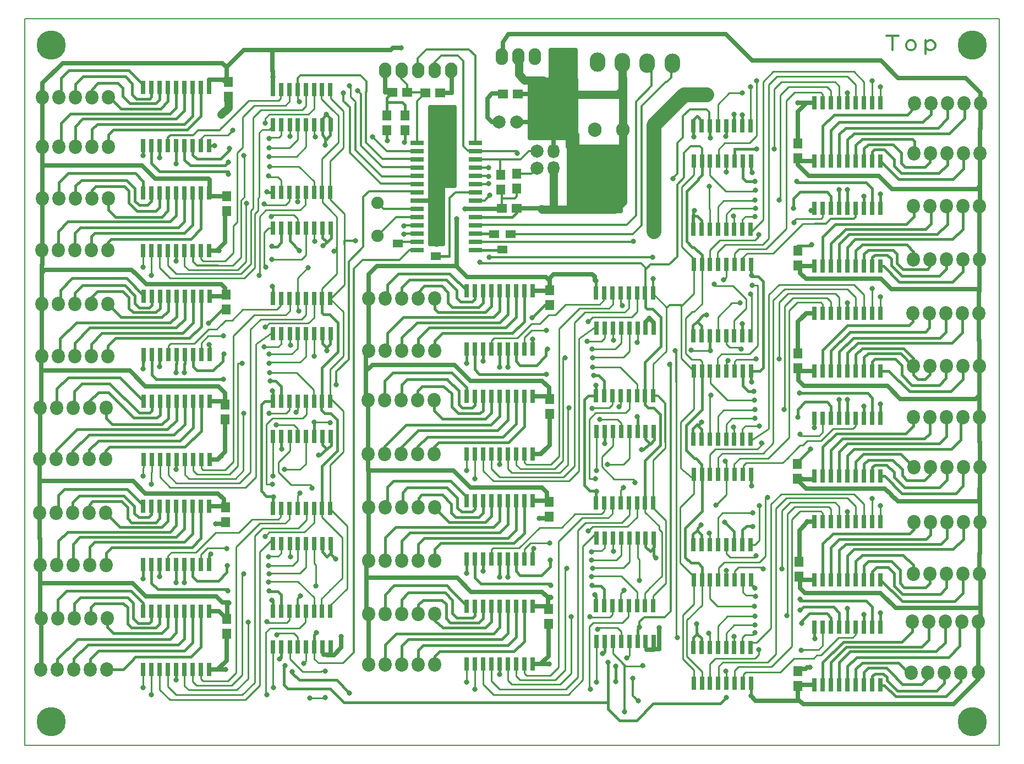
<source format=gbr>
G04 EasyPC Gerber Version 21.0.3 Build 4286 *
G04 #@! TF.Part,Single*
G04 #@! TF.FileFunction,Copper,L1,Top *
G04 #@! TF.FilePolarity,Positive *
%FSLAX45Y45*%
%MOMM*%
G04 #@! TA.AperFunction,WasherPad*
%ADD147O,1.80000X2.20000*%
%ADD27O,1.90000X2.40000*%
%ADD146O,1.90000X2.60000*%
%ADD144O,2.00000X2.20000*%
%ADD24O,2.10000X2.20000*%
%ADD18O,2.40000X3.00000*%
%ADD143R,0.64000X2.03000*%
G04 #@! TA.AperFunction,SMDPad*
%ADD153R,0.64000X2.05000*%
%ADD137R,1.39700X1.52400*%
G04 #@! TD.AperFunction*
%ADD80C,0.12700*%
%ADD157C,0.28000*%
%ADD158C,0.30000*%
%ADD149C,0.38000*%
%ADD78C,0.38100*%
%ADD10C,0.63500*%
G04 #@! TA.AperFunction,WasherPad*
%ADD145C,0.82000*%
G04 #@! TD.AperFunction*
%ADD79C,1.27000*%
G04 #@! TA.AperFunction,WasherPad*
%ADD12C,1.90000*%
%ADD17C,2.00000*%
G04 #@! TD.AperFunction*
%ADD159C,2.27000*%
G04 #@! TA.AperFunction,WasherPad*
%ADD142C,4.50000*%
G04 #@! TA.AperFunction,SMDPad*
%ADD155R,2.03000X0.65000*%
%ADD156R,2.05000X0.65000*%
G04 #@! TA.AperFunction,WasherPad*
%ADD148R,1.64000X1.20000*%
G04 #@! TA.AperFunction,SMDPad*
%ADD154R,1.52400X1.39700*%
X0Y0D02*
D02*
D10*
X320230Y3587170D02*
Y3739570D01*
Y4422160*
Y3739570D02*
X317860D01*
Y4044270*
X333050Y4076630*
X1755530*
X1945730Y3886430*
X3062820*
X3151720Y3797530*
Y3705280*
X3183470Y3673530*
X322600Y2783270D02*
Y3194140D01*
X320230*
Y3587170*
X324200Y2253670D02*
Y2771340D01*
X322600Y2772940*
Y2783270*
X324200Y2253670D02*
Y1979790D01*
X342420Y1961570*
X330140Y5201980D02*
Y4432070D01*
X320230Y4422160*
X342420Y1961570D02*
Y1185120D01*
X335280Y1177980*
X343220Y5485670D02*
Y5995430D01*
X347960Y6000170*
X343220Y5485670D02*
Y5215060D01*
X330140Y5201980*
X347960Y6000170D02*
Y6403410D01*
X350810*
Y6806620*
Y6935970*
X352730*
Y7056430*
Y7410440*
X355900*
Y7775020*
X352730Y7056430D02*
Y7277140D01*
X395710Y7335390*
X1734850*
X1817400Y7252840*
Y7252590*
X1956500Y7113490*
X3115870*
X3173420Y7055940*
Y6939970*
X3182610Y6949160*
X3189880*
X355900Y7775020D02*
Y7715790D01*
X351130*
Y7639710*
X360640Y9231050D02*
Y9991850D01*
Y10207410*
X671300Y10518070*
X3128730*
X3192440Y10454360*
Y10425020*
X362240Y8638580D02*
Y9202470D01*
X360640Y9204070*
Y9231050*
X362240Y8638580D02*
Y8436950D01*
X363810Y8435380*
Y8096190*
X355900*
Y7775020*
X2929470Y1175440D02*
X3053930D01*
X2929470Y2069520D02*
X3079610D01*
X3193050Y1956080*
X2929470Y3688770D02*
X3168230D01*
X3183470Y3673530*
X2929470Y7625770D02*
X3075150D01*
X2929470D02*
X3041320D01*
X3170860Y7755310*
Y8235490*
X3199390*
X2929470Y10139100D02*
Y10264800D01*
X3134980*
X3175700Y10224080*
X3219960*
X2930130Y4410130D02*
X3018370D01*
X2930130Y5304210D02*
X3127040D01*
X3174030Y5257220*
X2930130Y6923690D02*
X3164410D01*
X3189880Y6949160*
X3018370Y4410130D02*
X3058840D01*
X3112180Y4463470*
X3018370Y4410130D02*
X3053930D01*
X3174030Y4530230*
Y5028620*
X3053930Y1175440D02*
X3182200D01*
X3183470Y1174170*
X3053930Y1175440D02*
X3193050Y1314560D01*
Y1727480*
X3157570Y3420770D02*
X3030770D01*
X3174030Y5257220D02*
X3170860D01*
Y5433720*
X3066250Y5538330*
X1947240*
X1703150Y5782420*
X343220*
Y5485670*
X3192440Y10425020D02*
Y10457180D01*
X3455740Y10720480*
X3899960*
X3192440Y10425020D02*
Y10251600D01*
X3219960Y10224080*
X3193050Y1956080D02*
X3202560D01*
Y2206660*
X3199390Y8464090D02*
X2932500D01*
Y8718960*
X2914930Y8736530*
X2095590*
X1889540Y8942580*
X362240*
Y8638580*
X3202560Y2206660D02*
X3227920D01*
X3231090Y2203490*
X3202560Y2206660D02*
X3132210D01*
X3034270Y2304600*
X1950410*
X1747530Y2507480*
X324200*
Y2253670*
X3899960Y10720480D02*
X5716100D01*
X5750970Y10755350*
X5878840*
X3904560Y10110300D02*
Y10394440D01*
X3899960*
Y10720480*
X4684060Y1401480D02*
X4745170D01*
X4748340Y1398310*
X4786950*
X4847180*
X4961300Y1512430*
Y1678990*
X4958130Y1682160*
X4786950Y1398310D02*
X4795330D01*
Y1527230*
X5341460Y5587940D02*
Y6045150D01*
X5379550Y6083240*
X5341460Y5587940D02*
Y5352990D01*
X5373210Y5321240*
X5347800Y2326780D02*
Y2813630D01*
X5382720Y2848550*
X5347800Y2326780D02*
Y2066430D01*
X5379550Y2034680*
X5373210Y4495740D02*
Y4244130D01*
X5380350Y4236990*
X5373210Y5321240D02*
Y4495740D01*
X5379550Y2034680D02*
Y1251090D01*
Y6083240D02*
Y6889690D01*
Y7259970*
X5506550Y7386970*
X6537400*
X5382720Y2848550D02*
Y3670240D01*
Y3822640*
X5380350*
Y4236990*
X5637120Y10406650D02*
Y10065520D01*
X5638350Y10064290*
X5748290*
X6126030Y8399940D02*
X6372560D01*
X6328180Y8628750D02*
X6699070D01*
Y9833350*
X6328180*
Y8628750*
G36*
X6699070*
Y9833350*
X6328180*
Y8628750*
G37*
X6328980Y7728000D02*
X6521550D01*
Y8635090*
X6328980*
Y7728000*
G36*
X6521550*
Y8635090*
X6328980*
Y7728000*
G37*
X6335320Y8536350D02*
X6506500D01*
Y9404930*
X6335320*
Y8536350*
G36*
X6506500*
Y9404930*
X6335320*
Y8536350*
G37*
X6420910Y9776290D02*
X6328180D01*
X6483690Y10061590D02*
X6661030D01*
Y10325830*
X6653120Y10333740*
Y10406650*
X6537400Y7386970D02*
X6553250D01*
X6537400D02*
X6733940D01*
Y7382940*
X6895610Y7221270*
X8110210*
X8166780Y7164700*
X6733940Y7658730D02*
Y7639710D01*
Y7658730D02*
Y7386970D01*
X6734740Y8117910D02*
Y7693130D01*
X6733940*
Y7658730*
X7018340Y7639710D02*
X7020110Y7637940D01*
Y8272940D02*
X6864410D01*
X6861540Y8270070*
X7020110Y8272940D02*
X7422150D01*
X7431960Y8282750*
X7433570Y10615570D02*
Y10671220D01*
X7447190Y10684840*
Y10833060*
X7528070Y10965040*
X10873220*
X11282620Y10555640*
X13260230*
X13529680Y10286190*
X14566270*
X14794510Y10057950*
Y9898900*
X14794910Y9898500*
X7444640Y10038930D02*
Y10048440D01*
X7279980*
X7207070Y9969190*
Y9680720*
X7279180Y9608610*
X7386920*
X7660560Y8282750D02*
X8024930D01*
X8037610Y8270070*
X7673240Y10038930D02*
X7866430D01*
X7901300Y10004060*
Y9658530*
X7847410Y9604640*
X7668110*
X7660800Y9611950*
X7859290Y9364190D02*
X8569370D01*
Y10261300*
X7859290*
Y9364190*
G36*
X8569370*
Y10261300*
X7859290*
Y9364190*
G37*
X7901900Y1258510D02*
X8026360D01*
X7901900Y2152590D02*
X8103940D01*
X8150930Y2105600*
X7901900Y3771840D02*
X8140660D01*
X8155900Y3756600*
X7902560Y4493200D02*
X7990800D01*
X7902560Y5387280D02*
X8116620D01*
X8163610Y5340290*
X7902560Y7006760D02*
X8148630D01*
X8163610Y7021740*
X7990800Y4493200D02*
X8031270D01*
X8084610Y4546540*
X7990800Y4493200D02*
X8026360D01*
X8163610Y4630450*
Y5111690*
X8026360Y1258510D02*
X8154630D01*
X8155900Y1257240*
X8026360Y1258510D02*
X8150930Y1383080D01*
Y1877000*
X8130000Y3503840D02*
X8003200D01*
X8138250Y2289730D02*
X8183890D01*
X8187060Y2286560*
X8138250Y2289730D02*
X8130000D01*
X8049030Y2370700*
X6959360*
X6743330Y2586730*
X5347800*
Y2326780*
X8150930Y2105600D02*
X8138250D01*
Y2289730*
X8155900Y3756600D02*
X8124150Y3788350D01*
Y3902650*
X8049380Y3977420*
X6947600*
X6688030Y4236990*
X5380350*
X8163610Y5340290D02*
X8154100D01*
Y5516790*
X8049490Y5621400*
X6943960*
X6699870Y5865490*
X5436710*
X5341460Y5770240*
Y5587940*
X8166780Y7164700D02*
Y7204150D01*
X8227810Y7265180*
X8820600*
X8858640Y7227140*
Y7174460*
X8873940Y7159160*
X8166780Y7164700D02*
Y7023040D01*
X8165480Y7021740*
X8163610*
X8185800Y10207410D02*
X8563030D01*
Y10714610*
X8185800*
Y10207410*
G36*
X8563030*
Y10714610*
X8185800*
Y10207410*
G37*
X8225040Y9157670D02*
Y9450980D01*
X8236520Y9462460*
X8442570Y9224710D02*
X8591560D01*
Y9418080*
X8442570*
Y9224710*
G36*
X8591560*
Y9418080*
X8442570*
Y9224710*
G37*
X8461590Y8238840D02*
X9257260D01*
Y9231050*
X8461590*
Y8238840*
G36*
X9257260*
Y9231050*
X8461590*
Y8238840*
G37*
X9640960Y6432490D02*
Y6529070D01*
X9698690Y6586800*
X9656490Y1484550D02*
X9717600D01*
X9720770Y1481380*
X9759380*
X9767760*
Y1610300*
Y6432490D02*
Y6517730D01*
X9698690Y6586800*
X9853220Y1819590D02*
Y1492150D01*
X9759380*
Y1481380*
X11980980Y696940D02*
X11336770D01*
X11263550Y770160*
X11980980Y696940D02*
Y886910D01*
X11987930Y893860*
Y918660*
X11983460Y5819260D02*
X11989800D01*
Y5632630*
X12081730Y5540700*
X13363860*
X13563570Y5340990*
X14721600*
X14778660Y5398050*
Y5533420*
X11987930Y1147260D02*
Y1188290D01*
X12101620*
X12126980Y1213650*
X12168010*
X11987930Y9053950D02*
Y8944670D01*
X12152160Y8780440*
X13231700*
X13434410Y8577730*
X14741060*
X14788910Y8625580*
Y8756390*
X12005650Y2603620D02*
X12021500D01*
Y2428770*
X12095420Y2354850*
X13257220*
X13491330Y2120740*
X14792990*
Y2459750*
X12117470Y9901040D02*
X11989200D01*
X11987930Y9902310*
X12117470Y9901040D02*
X11987930Y9771500D01*
Y9282550*
X12153030Y6666350D02*
X12112560D01*
X12059220Y6613010*
X12153030Y6666350D02*
X12117470D01*
X11983460Y6532340*
Y6047860*
X12241930Y937380D02*
X12006650D01*
X11987930Y918660*
X12241930Y2556630D02*
X12052640D01*
X12005650Y2603620*
X12241930Y3450710D02*
X12126800D01*
X12241930D02*
X12138360D01*
X12008820Y3321170*
Y2832220*
X12005650*
X12241930Y4153020D02*
Y4104690D01*
X12054850*
X12048690Y4110850*
X11973950*
X12241930Y5772270D02*
X12030450D01*
X11983460Y5819260*
X12241930Y6666350D02*
X12153030D01*
X12241930Y7387710D02*
X12003170D01*
X11987930Y7402950*
X12241930Y9006960D02*
X12034920D01*
X11987930Y9053950*
X12241930Y9901040D02*
X12117470D01*
X14761240Y1136760D02*
Y1023920D01*
X14377200Y639880*
X12070480*
X12013420Y696940*
X11980980*
X14761240Y1911520D02*
Y1136760D01*
X14778660Y2650610D02*
Y2966660D01*
X14785000*
Y3238140*
X14778660Y5533420D02*
Y5062430D01*
X14779060Y5062030*
X14778660Y5533420D02*
Y5847790D01*
X14782230Y5851360*
X14778660Y7489310D02*
Y7414170D01*
X14779400*
Y7332220*
X14779060Y5062030D02*
Y4684800D01*
X14788970*
Y4291720*
X14779400Y7332220D02*
Y6998900D01*
X14770350*
Y6663810*
X14779400Y7332220D02*
Y7043750D01*
X14769420Y7033770*
X13421260*
X13259590Y7195440*
X12108580*
X12019680Y7284340*
Y7371200*
X11987930Y7402950*
X14780260Y8311000D02*
Y7899180D01*
X14778660*
Y7489310*
X14782230Y5851360D02*
Y6250780D01*
X14770350*
Y6663810*
X14785000Y3238140D02*
Y3366080D01*
X14786600*
Y3448170*
X14785000Y3962040D02*
Y3238140D01*
Y3962040D02*
X14782570D01*
Y3826200*
X14785940Y3765770*
X13524230*
X13425810Y3864190*
Y3864470*
X13325070Y3965210*
X12108580*
X12019680Y4054110*
Y4065120*
X11973950Y4110850*
X14788910Y8756390D02*
Y8319650D01*
X14780260Y8311000*
X14788910Y8756390D02*
Y9123540D01*
X14791340Y9125970*
X14788970Y4291720D02*
Y4149070D01*
X14785000*
Y3962040*
X14791340Y9125970D02*
Y9506370D01*
X14794910*
Y9898500*
X14792990Y2459750D02*
Y1943270D01*
X14761240Y1911520*
X14792990Y2459750D02*
Y2636280D01*
X14778660Y2650610*
D02*
D12*
X5517460Y7857640D03*
Y8365640D03*
D02*
D17*
X7386920Y9608610D03*
X7660800Y9611950D03*
X7971440Y8894560D03*
Y9157670D03*
D02*
D18*
X8901480Y10530750D03*
X9285050Y10524410D03*
X9668620Y10511730D03*
X10052190D03*
D02*
D24*
X8860740Y9490520D03*
X9292930Y9487350D03*
D02*
D27*
X5637120Y10406650D03*
X5891120D03*
X6145120D03*
X6399120D03*
X6653120D03*
D02*
D78*
X574230Y4422160D02*
Y4552440D01*
X894420Y4872630*
X2285160*
X2422130Y5009600*
Y5304210*
X584140Y5201980D02*
Y5498770D01*
X756510Y5671140*
X1554160*
X1914450Y5310850*
Y5304530*
X1914130Y5304210*
X589280Y1177980D02*
Y1337190D01*
X897970Y1645880*
X2326220*
X2421470Y1741130*
Y2069520*
X596420Y1961570D02*
Y2252680D01*
X730760Y2387020*
X1722170*
X1906030Y2203160*
Y2076960*
X1913470Y2069520*
X605130Y7639710D02*
Y7925460D01*
X752480Y8072810*
X2326220*
X2421470Y8168060*
Y8519850*
X617810Y8435380D02*
Y8679600D01*
X757160Y8818950*
X1788740*
X1913190Y8694500*
Y8520130*
X1913470Y8519850*
X828230Y4422160D02*
Y4542930D01*
X1078970Y4793670*
X2387090*
X2549130Y4955710*
Y5304210*
X843280Y1177980D02*
Y1342620D01*
X1059640Y1558980*
X2453220*
X2548470Y1654230*
Y2069520*
X850420Y1961570D02*
Y2193980D01*
X945670Y2289230*
X1674780*
X1760210Y2203800*
Y1959710*
X1829950Y1889970*
X2005600*
X2040470Y1924840*
Y2069520*
X859130Y7639710D02*
Y7898550D01*
X942980Y7982400*
X2453220*
X2548470Y8077650*
Y8519850*
X871810Y8435380D02*
Y8628930D01*
X957550Y8714670*
X1658570*
X1785570Y8587670*
Y8391000*
X1849760Y8326810*
X1976970*
X2040470Y8390310*
Y8519850*
X1082230Y4422160D02*
Y4558780D01*
X1221870Y4698420*
X2472850*
X2676130Y4901700*
Y5304210*
X1092140Y5201980D02*
Y5315010D01*
X1223200Y5446070*
X1373470*
X1768810Y5050730*
X2123260*
X2168130Y5095600*
Y5304210*
X1097280Y1177980D02*
Y1334580D01*
X1226430Y1463730*
X2548470*
X2675470Y1590730*
Y2069520*
X1104420Y1961570D02*
Y2130480D01*
X1167920Y2193980*
X1604780*
X1668280Y2130480*
Y1880250*
X1731780Y1816750*
X2103970*
X2167470Y1880250*
Y2069520*
X1113130Y7639710D02*
Y7844710D01*
X1165230Y7896810*
X2548470*
X2675470Y8023810*
Y8519850*
X1125810Y8435380D02*
Y8562380D01*
X1179800Y8616370*
X1623800*
X1687300Y8552870*
Y8367530*
X1818520Y8236310*
X2103970*
X2167470Y8299810*
Y8519850*
X1336230Y4422160D02*
Y4549160D01*
X1390240Y4603170*
X2555200*
X2803130Y4851100*
Y5304210*
X1346140Y5201980D02*
Y5045660D01*
X1439380Y4952420*
X2199220*
X2295130Y5048330*
Y5304210*
X1351280Y1177980D02*
X1608050D01*
Y1176080*
X1728510Y1304980*
X1792010Y1368480*
X2643720*
X2802470Y1527230*
Y2069520*
X1358420Y1961570D02*
Y1829580D01*
X1453670Y1734330*
X2199220*
X2294470Y1829580*
Y2069520*
X1367130Y7639710D02*
Y7752780D01*
X1419230Y7804880*
X2643720*
X2802470Y7963630*
Y8519850*
X1379810Y8435380D02*
Y8252310D01*
X1484570Y8147550*
X2199220*
X2294470Y8242800*
Y8519850*
X1907460Y2066980D02*
X1910930D01*
X1913470Y2069520*
Y2794690D02*
Y2574980D01*
Y3688770D02*
Y3709530D01*
X1666830Y3956170*
X701230*
X605980Y3860920*
Y3618920*
X574230Y3587170*
X1913470Y9245020D02*
Y9091570D01*
Y10139100D02*
Y10180950D01*
X1690470Y10403950*
X763160*
X646390Y10287180*
Y10023600*
X614640Y9991850*
X1914130Y6029610D02*
Y5918730D01*
X1913470*
Y5809670*
X1914130Y6923690D02*
Y6935970D01*
X1918710*
X1652500Y7202180*
X820020*
X636560Y7018720*
Y6838370*
X604810Y6806620*
X2040470Y2794690D02*
Y2504790D01*
X2135720Y2409540*
X3211460*
Y2384480*
X2040470Y3688770D02*
Y3561370D01*
X1998140Y3519040*
X1839560*
X1776060Y3582540*
Y3689970*
X1617310Y3848720*
X923480*
X828230Y3753470*
Y3587170*
X2040470Y9245020D02*
Y8970960D01*
X2163620Y8847810*
X3223130*
Y8806910*
X2040470Y10139100D02*
Y10000430D01*
X2006860Y9966820*
X1804690*
X1741190Y10030320*
Y10203990*
X1636330Y10308850*
X985410*
X868640Y10192080*
Y9991850*
X2041130Y5304210D02*
Y5163670D01*
X2006860Y5129400*
X1848970*
X1395990Y5582380*
X966450*
X847840Y5463770*
Y5211680*
X838140Y5201980*
X2041130Y6029610D02*
Y5713760D01*
X2111640Y5643250*
X3144890*
X2041130Y6923690D02*
Y6790480D01*
X1999920Y6749270*
X1849070*
X1785570Y6812770*
Y6936050*
X1626820Y7094800*
X979270*
X858810Y6974340*
Y6806620*
X2167470Y2794690D02*
Y2606730D01*
Y3688770D02*
Y3502960D01*
X2103970Y3439460*
X1734950*
X1671450Y3502960*
Y3671050*
X1576200Y3766300*
X1132740*
X1085190Y3718750*
X1085350Y3590980*
Y3590290*
X1082230Y3587170*
X2167470Y9245020D02*
Y9057060D01*
Y10139100D02*
Y9957410D01*
X2103970Y9893910*
X1705260*
X1595370Y10003800*
Y10133680*
X1521640Y10207410*
X1217890*
X1122640Y10112160*
Y9991850*
X2168130Y6029610D02*
Y5934580D01*
X2167470*
Y5841420*
X2168130Y6923690D02*
Y6740520D01*
X2103970Y6676360*
X1753970*
X1690470Y6739860*
Y6904450*
X1595220Y6999700*
X1208060*
X1112810Y6904450*
Y6806620*
X2294470Y3688770D02*
Y3464970D01*
X2199220Y3369720*
X1554670*
X1337220Y3587170*
X1336230*
X2294470Y10139100D02*
Y9927930D01*
X2177700Y9811160*
X1570950*
X1390260Y9991850*
X1376640*
X2295130Y6923690D02*
Y6699360D01*
X2199220Y6603450*
X1570010*
X1366840Y6806620*
X1366810*
X2421470Y1175440D02*
Y1019230D01*
Y2794690D02*
Y2511480D01*
Y3688770D02*
Y3392060D01*
X2326220Y3296810*
X749310*
X608350Y3155850*
Y2815020*
X576600Y2783270*
X2421470Y7625770D02*
Y7469560D01*
Y9245020D02*
Y8961810D01*
Y10139100D02*
Y9830330D01*
X2326220Y9735080*
X790700*
X647190Y9591570*
Y9262800*
X615440Y9231050*
X2422130Y4410130D02*
Y4330560D01*
X2421470*
Y4253920*
X2422130Y6029610D02*
Y5887030D01*
X2421470*
Y5746170*
X2422130Y6923690D02*
Y6613770D01*
X2326220Y6517860*
X880970*
X633710Y6270600*
Y6031920*
X601960Y6000170*
X2548470Y2794690D02*
Y2511480D01*
Y3688770D02*
Y3344560D01*
X2421470Y3217560*
X939810*
X830600Y3108350*
Y2783270*
X2548470Y9245020D02*
Y9025090D01*
X2636680Y8936880*
X3173730*
X3224140Y8987290*
X2548470Y10139100D02*
Y9782830D01*
X2421470Y9655830*
X981200*
X869440Y9544070*
Y9231050*
X2549130Y6029610D02*
Y5887030D01*
X2548470*
Y5746170*
X2549130Y6923690D02*
Y6566270D01*
X2421470Y6438610*
X1090540*
X855960Y6204030*
Y6000170*
X2675470Y2794690D02*
Y2606730D01*
X2738970Y2543230*
X3069300*
X3198780Y2672710*
Y2777260*
X3205120*
X2675470Y3688770D02*
Y3268480D01*
X2548470Y3141480*
X1162060*
X1084600Y3064020*
Y2783270*
X2675470Y9245020D02*
Y9102330D01*
X2738970Y9038830*
X3103180*
X3239990Y9175640*
Y9206330*
X2675470Y10139100D02*
Y9703580D01*
X2548470Y9576580*
X1203450*
X1123440Y9496570*
Y9231050*
X2676130Y6029610D02*
Y5840760D01*
X2738970Y5777920*
X2987920*
X3138550Y5928550*
Y6031920*
X3157570*
X2676130Y6923690D02*
Y6515990D01*
X2519500Y6359360*
X1277970*
X1109960Y6191350*
Y6000170*
X2802470Y3688770D02*
Y3196600D01*
X2664930Y3059060*
X1427360*
X1338600Y2970300*
Y2783270*
X2802470Y10139100D02*
Y9699540D01*
X2590750Y9487820*
X1453520*
X1377440Y9411740*
Y9231050*
X2803130Y6923690D02*
Y6462200D01*
X2621040Y6280110*
X1484420*
X1363960Y6159650*
Y6000170*
X2929470Y2794690D02*
Y2932730D01*
X2948350Y2951610*
X2929470Y9245020D02*
X3009210D01*
X3011750Y9247560*
X2930130Y6029610D02*
Y6181040D01*
X2929330Y6181840*
X3030770Y3420770D02*
Y3417600D01*
X3183470Y3444930D02*
X3157570D01*
Y3420770*
X3189880Y6720560D02*
X3132210D01*
X2919820Y6508170*
X3904560Y2072470D02*
Y2232450D01*
X3892000Y2245010*
X3904560Y3659970D02*
Y3820380D01*
X3917360Y3833180*
X3904560Y5307160D02*
Y5469020D01*
X3901510Y5472070*
X3904560Y5307160D02*
X3784150D01*
X3730330Y5253340*
Y3925110*
X3809580Y3845860*
X3904680*
X3917360Y3833180*
X3904560Y6894660D02*
Y7073040D01*
X3901510Y7076090*
X3904560Y8522800D02*
X3828110D01*
X3813760Y8537150*
X3904560Y10110300D02*
Y10300720D01*
X3905230Y10301390*
X4031360Y2072470D02*
Y2330720D01*
X3980760Y2381320*
X3847610*
X3844450Y2384480*
X4031360Y5307160D02*
Y5533890D01*
X3946390Y5618860*
X3867640*
X3867330Y5619170*
X4037700Y1527230D02*
Y1362310D01*
X4010300Y1334910*
X4037700Y4761920D02*
Y4574440D01*
X4040720Y4571420*
X4037700Y7977560D02*
Y7751180D01*
X3974420Y7687900*
X3902520*
X3893010Y7697410*
X4092720Y1236640D02*
X4073700Y1217620D01*
Y941830*
X4137100Y878430*
X4790730*
X4884760Y784400*
Y784140*
X4996780Y672120*
X8971960*
X4167670Y7977560D02*
Y7777420D01*
X4316230Y7628860*
X4206840Y1144710D02*
Y1119350D01*
X4314620Y1011570*
X4886010*
X5085760Y811820*
X4544900Y1527230D02*
Y1707840D01*
X4577730Y1740670*
X4544900Y4761920D02*
Y4979030D01*
X4540040Y4983890*
X4662190Y3659970D02*
Y4310500D01*
X4897970Y4546280*
Y5021930*
X4796370Y5123530*
X4706920*
X4656670Y5173780*
Y5301640*
X4662190Y5307160*
Y5826850*
X4907410Y6072070*
Y6520870*
X4780410Y6647870*
X4690030*
X4664630Y6673270*
Y6874780*
X4662190Y6877220*
Y6894660*
X4668530Y1527230D02*
Y1417010D01*
X4684060Y1401480*
X4668530Y3114730D02*
Y2985080D01*
X4739220Y2914390*
X4802720Y2977890*
Y3107340*
X4795330Y3114730*
X4668530Y4761920D02*
Y4638050D01*
X4739220Y4567360*
X4668530Y6349420D02*
Y6197860D01*
X4732400Y6134000*
X4668530Y7977560D02*
Y7826000D01*
X4725720Y7768820*
X4668530Y9565060D02*
Y9663600D01*
X4730500Y9725570*
X4668530Y9565060D02*
Y9413730D01*
X4713050Y9350750*
Y9314340*
X4709030Y9310320*
Y9253240*
X4713050Y9350750D02*
X4739220Y9342810D01*
Y9353250*
X4792280Y9406310*
Y9557670*
X4795330Y9560720*
Y9565060*
X4725720Y7768820D02*
Y7755420D01*
X4678210Y7707910*
X4725720Y7768820D02*
X4739220Y7755310D01*
X4802720Y7818810*
Y7970170*
X4795330Y7977560*
X4732400Y6134000D02*
Y6094300D01*
X4736840Y6089860*
X4732400Y6134000D02*
X4739220Y6127170D01*
Y6139770*
X4790120Y6190670*
Y6342030*
X4795330Y6347240*
Y6349420*
X4739220Y4567360D02*
X4726720D01*
X4635740Y4476380*
X4606260*
X4739220Y4567360D02*
X4802720Y4630860D01*
Y4754530*
X4795330Y4761920*
Y3114730D02*
Y2952740D01*
X4869370Y2878700*
X4795330Y9565060D02*
Y9660740D01*
X4730500Y9725570*
X5627210Y4495740D02*
Y4615530D01*
X5956890Y4945210*
X7257590*
X7394560Y5082180*
Y5387280*
X5627210Y5321240D02*
Y5618030D01*
X5754210Y5745030*
X6658660*
X6885810Y5517880*
Y5386530*
X6886560Y5387280*
X5633550Y1251090D02*
Y1560240D01*
X5802260Y1728950*
X7298650*
X7393900Y1824200*
Y2152590*
X5663280Y9480830D02*
Y9327160D01*
X5669620Y9320820*
X5663280Y9709430D02*
Y9915300D01*
Y9979280*
X5748290Y10064290*
X5881210Y4495740D02*
Y4596220D01*
X6141440Y4856450*
X7359520*
X7521560Y5018490*
Y5387280*
X5881210Y5321240D02*
X5890910Y5330940D01*
Y5561170*
X5973330Y5643590*
X6592090*
Y5642140*
X6766440Y5467790*
Y5255870*
X6765640*
X6822700Y5203430*
X6970250*
X7013560Y5246740*
Y5387280*
X5887550Y1251090D02*
Y1536840D01*
X5992760Y1642050*
X7425650*
X7520900Y1737300*
Y2152590*
X5887550Y2034680D02*
Y2253280D01*
X5992760Y2358490*
X6554050*
X6668170Y2244370*
Y2042780*
X6737910Y1973040*
X6978030*
X7012900Y2007910*
Y2152590*
X5935900Y9480830D02*
Y9303490D01*
X5929560Y9297150*
X5935900Y9709430D02*
Y9874090D01*
X5894690Y9915300*
X5663280*
X6078550Y8146440D02*
X6192100D01*
X6191600Y8145940*
X6126030*
X6125930Y8400040D02*
X6126030Y8399940D01*
X6125930Y8526840D02*
X6126030Y8526940D01*
X6135210Y4495740D02*
Y4612220D01*
X6284340Y4761350*
X7445280*
X7648560Y4964630*
Y5387280*
X6141550Y1251090D02*
Y1473340D01*
X6215010Y1546800*
X7520900*
X7647900Y1673800*
Y2152590*
X6141550Y2034680D02*
Y2170910D01*
X6215010Y2244370*
X6509570*
X6573070Y2180870*
Y1963320*
X6636570Y1899820*
X7076400*
X7139900Y1963320*
Y2152590*
X6389210Y4495740D02*
Y4605920D01*
X6452710Y4669420*
X7527630*
X7775560Y4917350*
Y5387280*
X6389210Y5321240D02*
Y5164920D01*
X6518640Y5035490*
X7171650*
X7267560Y5131400*
Y5387280*
X6395550Y1251090D02*
Y1378090D01*
X6469010Y1451550*
X7616150*
X7774900Y1610300*
Y2152590*
X6395550Y2034680D02*
X6394750D01*
Y1930300*
X6522770Y1817400*
X7171650*
X7266900Y1912650*
Y2152590*
X6553250Y7272970D02*
X5836480D01*
X5665300Y7101790*
Y6921440*
X5633550Y6889690*
X6619820Y7544610D02*
X6416940D01*
X6413770Y7541440*
X6885900Y2152590D02*
X6881990Y2156500D01*
Y2169550*
X6652320Y2399230*
X6647730*
X6579410Y2467550*
X5770510*
X5633550Y2330590*
Y2034680*
X6885900Y2877760D02*
Y2658050D01*
Y3771840D02*
Y3838430D01*
X6644530Y4079800*
X5763720*
X5668470Y3984550*
Y3701990*
X5636720Y3670240*
X6886560Y6112680D02*
Y6001800D01*
X6885900*
Y5892740*
X6886560Y7006760D02*
X6893240D01*
X6627030Y7272970*
X6553250*
X7012900Y2877760D02*
Y2587860D01*
X7108150Y2492610*
X8183890*
Y2467550*
X7012900Y3771840D02*
Y3644440D01*
X6970570Y3602110*
X6807750*
X6744250Y3665610*
Y3816440*
X6585500Y3975190*
X5974320*
X5903130Y3904000*
Y3670240*
X5890720*
X7013560Y6112680D02*
Y5796830D01*
X7084070Y5726320*
X8117320*
X7013560Y7006760D02*
Y6878910D01*
X6972350Y6837700*
X6798240*
X6734740Y6901200*
Y7019120*
X6575990Y7177870*
X6008010*
X5887550Y7057410*
Y6889690*
X7020110Y7637940D02*
X7432740D01*
X7437680Y7642880*
X7020110Y7891940D02*
X7299570D01*
X7307710Y7883800*
X7020110Y8145940D02*
X7593310D01*
X7657210Y8209840*
Y8279400*
X7660560Y8282750*
X7139900Y2877760D02*
Y2689800D01*
Y3771840D02*
Y3585380D01*
X7076400Y3521880*
X6715820*
X6652320Y3585380*
Y3727930*
X6512840Y3867410*
X6195230*
X6147680Y3819860*
Y3801820*
X6147840Y3674050*
Y3673360*
X6144720Y3670240*
X7140560Y5387280D02*
Y5165550D01*
X7094570Y5119560*
X6762360*
X6661830Y5220090*
Y5426580*
X6535030Y5535810*
X6198710*
X6135210Y5472310*
Y5321240*
X7140560Y6112680D02*
Y6017650D01*
X7139900*
Y5924490*
X7140560Y7006760D02*
Y6823590D01*
X7076400Y6759430*
X6664300*
X6600800Y6822930*
Y6987520*
X6505550Y7082770*
X6236800*
X6141550Y6987520*
Y6889690*
X7266900Y3771840D02*
Y3537880D01*
X7171650Y3442630*
X6617160*
X6398720Y3661070*
Y3670240*
X7267560Y7006760D02*
Y6771940D01*
X7171650Y6676030*
X6451810*
X6395550Y6732290*
Y6889690*
X7393900Y1258510D02*
Y1102300D01*
Y2877760D02*
Y2594550D01*
Y3771840D02*
Y3461800D01*
X7298650Y3366550*
X5795870*
X5637120Y3207800*
Y2880300*
X5636720Y2879900*
Y2848550*
X7394560Y4493200D02*
Y4413630D01*
X7393900*
Y4336990*
X7394560Y6112680D02*
Y5970100D01*
X7393900*
Y5829240*
X7394560Y7006760D02*
Y6696840D01*
X7298650Y6600930*
X5912560*
X5665300Y6353670*
Y6114990*
X5633550Y6083240*
X7520900Y2877760D02*
Y2594550D01*
Y3771840D02*
Y3414300D01*
X7393900Y3287300*
X6017720*
X5890720Y3160300*
Y2848550*
X7521560Y6112680D02*
Y5970100D01*
X7520900*
Y5829240*
X7521560Y7006760D02*
Y6649340D01*
X7393900Y6521680*
X6122130*
X5887550Y6287100*
Y6083240*
X7647900Y2877760D02*
Y2689800D01*
X7711400Y2626300*
X8041730*
X8171210Y2755780*
Y2860330*
X8177550*
X7647900Y3771840D02*
Y3328710D01*
X7520900Y3201710*
X6239970*
X6144720Y3106460*
Y2848550*
X7648560Y6112680D02*
Y5923830D01*
X7711400Y5860990*
X7960350*
X8110980Y6011620*
Y6114990*
X8130000*
X7648560Y7006760D02*
Y6599060D01*
X7491930Y6442430*
X6309560*
X6141550Y6274420*
Y6083240*
X7774900Y3771840D02*
Y3277790D01*
X7619570Y3122460*
X6490650*
X6398720Y3030530*
Y2848550*
X7775560Y7006760D02*
Y6537950D01*
X7593470Y6355860*
X6516010*
X6395550Y6235400*
Y6083240*
X7901900Y2877760D02*
Y3015800D01*
X7920780Y3034680*
X7902560Y6112680D02*
Y6264110D01*
X7901760Y6264910*
X8003200Y3503840D02*
Y3500670D01*
X8155900Y3528000D02*
X8130000D01*
Y3503840*
X8163610Y6793140D02*
X8094150D01*
X7892250Y6591240*
X8876990Y2155540D02*
Y2315520D01*
X8864430Y2328080*
X8876990Y3743040D02*
Y3903450D01*
X8889790Y3916250*
X8876990Y5390230D02*
Y5552090D01*
X8873940Y5555140*
X8876990Y5390230D02*
X8756580D01*
X8702760Y5336410*
Y4008180*
X8782010Y3928930*
X8877110*
X8889790Y3916250*
X8876990Y6977730D02*
Y7156110D01*
X8873940Y7159160*
X8971960Y672120D02*
X9065150D01*
X8971960D02*
X8992510D01*
X9003790Y2155540D02*
Y2413790D01*
X8953190Y2464390*
X8820040*
X8816880Y2467550*
X9003790Y5390230D02*
Y5616960D01*
X8918820Y5701930*
X8840070*
X8839760Y5702240*
X9010130Y1610300D02*
Y1445380D01*
X8982730Y1417980*
X9010130Y4844990D02*
Y4657510D01*
X9013150Y4654490*
X9065150Y672120D02*
Y563010D01*
X9238240Y389920*
X9501350*
X9761290Y649860*
X10791270*
X10885900Y744490*
X9065150Y1289730D02*
Y672120D01*
X9179270Y1227780D02*
Y1097350D01*
X9181980Y1094640*
Y991750*
X9517330Y1610300D02*
Y1790910D01*
X9550160Y1823740*
X9517330Y4844990D02*
Y5062100D01*
X9512470Y5066960*
X9634620Y3743040D02*
Y4393570D01*
X9870400Y4629350*
Y5105000*
X9768800Y5206600*
X9679350*
X9629100Y5256850*
Y5384710*
X9634620Y5390230*
Y5909920*
X9879840Y6155140*
Y6603940*
X9752840Y6730940*
X9662460*
X9637060Y6756340*
Y6957850*
X9634620Y6960290*
Y6977730*
X9640960Y1610300D02*
Y1500080D01*
X9656490Y1484550*
X9640960Y3197800D02*
Y3068150D01*
X9711650Y2997460*
X9775150Y3060960*
Y3190410*
X9767760Y3197800*
X9640960Y4844990D02*
Y4721120D01*
X9711650Y4650430*
X9699150*
X9608170Y4559450*
X9578690*
X9711650Y4650430D02*
X9775150Y4713930D01*
Y4837600*
X9767760Y4844990*
Y3197800D02*
Y2925790D01*
X9796160Y2897390*
X10376070Y7961750D02*
Y8227540D01*
X10392690Y8244160*
X10376070Y7961750D02*
X10368680Y7969140D01*
Y8162090*
X10364280Y8165460*
X10432180Y8162090*
X10502870Y8091400*
Y7961750*
X10376070Y9549250D02*
Y9387050D01*
X10380630Y9382490*
X10424510Y1725730D02*
Y1882520D01*
Y1725730D02*
X10432180Y1733670D01*
Y1723230*
X10379120Y1670170*
Y1518810*
X10376070Y1515760*
Y1511420*
X10432180Y6536810D02*
X10435760D01*
X10531760Y6632810*
X10582300*
X10432180Y6536810D02*
X10368680Y6473310D01*
Y6321950*
X10376070Y6314560*
X10439000Y4942480D02*
X10461110D01*
X10505250Y4986620*
X10439000Y4942480D02*
X10432180Y4949310D01*
X10368680Y4885810*
Y4734450*
X10376070Y4727060*
X10445680Y3307660D02*
Y3353440D01*
X10493190Y3400950*
X10445680Y3307660D02*
X10432180Y3321170D01*
X10368680Y3257670*
Y3106310*
X10376070Y3098920*
X10502870Y1511420D02*
Y1662750D01*
X10424510Y1725730*
X10502870Y4727060D02*
Y4878620D01*
X10439000Y4942480*
X10502870Y6314560D02*
Y6466120D01*
X10432180Y6536810*
X10502870Y9549250D02*
Y9630000D01*
X10432180Y9700690*
X10368680Y9637190*
Y9556640*
X10376070Y9549250*
X10505500Y3099800D02*
Y3250480D01*
X10445680Y3307660*
X10509210Y4181820D02*
Y3610450D01*
X10250160Y3351400*
Y2904610*
X10339060Y2815710*
X10451230*
X10514730Y2752210*
Y2559200*
X10509210Y2553680*
Y5769320D02*
Y5182980D01*
X10262840Y4936610*
Y4555610*
X10389840Y4428610*
X10414260*
X10506770Y4336100*
Y4201700*
X10509210Y4199260*
Y4181820*
Y7416510D02*
Y7558330D01*
X10387730Y7679810*
X10362330*
X10273430Y7768710*
Y8543410*
X10451230Y8721210*
Y8733910*
X10514730Y8797410*
Y8998490*
X10509210Y9004010*
X10626500Y6314560D02*
Y6095650D01*
X10639380Y6082770*
X10626500Y9549250D02*
Y9372460D01*
X10636570Y9362390*
X10880100Y9549250D02*
Y9393920D01*
X10876680Y9390500*
X11003730Y3098920D02*
Y3299060D01*
X10855170Y3447620*
X11003730Y9549250D02*
Y9722910D01*
X11001230Y9725410*
X11010070Y9004010D02*
Y9192540D01*
X11346980*
X11133700Y3098920D02*
Y3325300D01*
X11196980Y3388580*
X11280410*
X11289920Y3379070*
X11133700Y6314560D02*
Y6502040D01*
X11130680Y6505060*
X11133700Y9549250D02*
Y9716050D01*
X11130680Y9719070*
X11140040Y5769320D02*
Y5542590D01*
X11225010Y5457620*
X11303760*
X11304070Y5457310*
X11140040Y9004010D02*
Y8745760D01*
X11190640Y8695160*
X11323790*
X11326950Y8692000*
X11266840Y966180D02*
Y773450D01*
X11263550Y770160*
X11266840Y2553680D02*
Y2488880D01*
X11324790Y2430930*
X11266840Y4181820D02*
Y4003440D01*
X11269890Y4000390*
X11266840Y5769320D02*
Y5607460D01*
X11269890Y5604410*
X11266840Y5769320D02*
X11397770D01*
X11451590Y5823140*
Y7151370*
X11372340Y7230620*
X11283580*
X11270900Y7243300*
X11266840Y7416510D02*
Y7247360D01*
X11270900Y7243300*
X11266840Y9004010D02*
Y8844030D01*
X11279400Y8831470*
X11973950Y4339450D02*
Y4365750D01*
X12176510Y4568310*
X11987930Y7631550D02*
Y7705810D01*
X12196540*
Y7724830*
X12241930Y1831460D02*
Y1659610D01*
X12250430Y1651110*
X12241930Y5047100D02*
Y4907710D01*
X12237750Y4903530*
X12241930Y8281790D02*
X12230450D01*
X12190200Y8241540*
X12368930Y937380D02*
Y1285410D01*
X12684380Y1600860*
X13586490*
X13745240Y1759610*
Y1911520*
X12368930Y4153020D02*
Y4600810D01*
X12576550Y4808430*
X13647710*
X13763060Y4923780*
Y5062030*
X12368930Y7387710D02*
Y7839420D01*
X12562300Y8032790*
X13508230*
X12495930Y937380D02*
Y1287970D01*
X12732270Y1524310*
X13891650*
X13999240Y1631900*
Y1911520*
X12495930Y1831460D02*
Y1974150D01*
X12432430Y2037650*
X12164640*
X12044380Y1917390*
Y1885690*
X12495930Y4153020D02*
Y4558140D01*
X12667440Y4729650*
X13936090*
X14017060Y4810620*
Y5062030*
X12495930Y5047100D02*
Y5235060D01*
X12432430Y5298560*
X12095730*
X11980980Y5183810*
Y5062030*
X12495930Y7387710D02*
Y7735270D01*
X12717370Y7956710*
X13803040*
X12495930Y8281790D02*
Y8469750D01*
X12432430Y8533250*
X12019680*
X11917580Y8431150*
Y8279250*
X12622930Y937380D02*
Y1284090D01*
X12790240Y1451400*
X14113900*
X14253240Y1590740*
Y1911520*
X12622930Y1831460D02*
Y2051390D01*
X12534720Y2139600*
X12070050*
X12022190Y2091740*
X12622930Y4153020D02*
Y4526570D01*
X12749930Y4653570*
X14158340*
X14271060Y4766290*
Y5062030*
X12622930Y5047100D02*
Y5330310D01*
Y7387710D02*
Y7732670D01*
X12770890Y7880630*
X13818890*
X12622930Y8281790D02*
Y8565000D01*
X12749930Y937380D02*
Y1227460D01*
X12888280Y1365810*
X14304400*
X14475490Y1536900*
Y1879770*
X14507240Y1911520*
X12749930Y1831460D02*
Y2114670D01*
Y3450710D02*
Y3606920D01*
Y4153020D02*
Y4472730D01*
X12845180Y4567980*
X14348840*
X14493310Y4712450*
Y5030280*
X14525060Y5062030*
X12749930Y5047100D02*
Y5330310D01*
Y6666350D02*
Y6822560D01*
Y7387710D02*
Y7682050D01*
X12869260Y7801380*
X14367050*
X14525800Y7960130*
Y8150580*
X14526260Y8151040*
Y8311000*
X12749930Y8281790D02*
Y8565000D01*
Y9901040D02*
Y10057250D01*
X12876930Y937380D02*
Y1181800D01*
X12972180Y1277050*
X13533880*
X13686510Y1124420*
X13728190*
X12876930Y4153020D02*
Y4374790D01*
X12994040Y4491900*
X13569770*
X13769950Y4291720*
X13772970*
X12876930Y7387710D02*
Y7623710D01*
X12972180Y7718960*
X13657220*
X13762660Y7613520*
Y7489310*
X13003930Y937380D02*
Y1134300D01*
X13067430Y1197800*
X13350640*
X13501890Y1046550*
Y1039920*
X13597140Y944670*
X13886940*
X13982190Y1039920*
Y1124420*
X13003930Y1831460D02*
Y2019420D01*
Y4153020D02*
Y4342340D01*
X13067430Y4405840*
X13440920*
X13589910Y4256850*
Y4161900*
X13663300Y4088510*
X13931720*
X14026970Y4183760*
Y4291720*
X13003930Y5047100D02*
Y5235060D01*
Y7387710D02*
Y7576210D01*
X13067430Y7639710*
X13447160*
X13510660Y7576210*
Y7432160*
X13605910Y7336910*
X13979820*
X14075070Y7485500*
X14020470*
X14016660Y7489310*
X13003930Y8281790D02*
Y8469750D01*
X13130930Y937380D02*
Y1074170D01*
X13168970Y1112210*
X13296420*
X13355330Y1053300*
Y1008320*
X13514080Y849570*
X14118500*
X14236190Y967260*
Y1124420*
X13130930Y1831460D02*
Y2139140D01*
X13035680Y2234390*
X12019020*
Y2262920*
X13130930Y4153020D02*
Y4294440D01*
X13166250Y4329760*
X13351710*
X13469450Y4212020*
Y4136640*
X13628200Y3977890*
X14163860*
X14280970Y4095000*
Y4291720*
X13130930Y5047100D02*
Y5362060D01*
X13059760Y5433230*
X12012680*
X13130930Y5772270D02*
Y5914000D01*
X13172900Y5955970*
X13486730*
X13585000Y5857700*
Y5711880*
X13740330Y5556550*
X14158400*
X14263380Y5661530*
Y5840510*
X14274230Y5851360*
X13130930Y7387710D02*
Y7523850D01*
X13167540Y7560460*
X13359140*
X13422640Y7496960*
Y7395400*
X13581390Y7236650*
X14161250*
X14270660Y7346060*
Y7489310*
X13130930Y8281790D02*
Y8583750D01*
X13035680Y8679000*
X11971470*
Y8694850*
X13130930Y9006960D02*
Y9151640D01*
X13165800Y9186510*
X13314550*
X13467020Y9034040*
Y8929430*
X13577970Y8818480*
X14154440*
X14288050Y8952090*
Y9105410*
X14283340Y9110120*
Y9125970*
X13257930Y937380D02*
Y928350D01*
X13317760*
X13488470Y757640*
X14258780*
X14492830Y991690*
Y1121780*
X14490190Y1124420*
X13257930Y1831460D02*
Y2051170D01*
Y4153020D02*
X13320460D01*
X13587000Y3886480*
X14411860*
X14528970Y4003590*
Y4259970*
X14534970Y4265970*
Y4291720*
X13257930Y5047100D02*
Y5266810D01*
Y7387710D02*
X13301440D01*
X13544430Y7144720*
X14363660*
X14525800Y7306860*
Y7327290*
X14524660Y7328430*
Y7489310*
X13257930Y8281790D02*
Y8501500D01*
Y9006960D02*
X13260970Y9003920D01*
Y8997440*
X13490640Y8767760*
X13489210*
X13530420Y8726550*
X14177100*
X13508230Y8032790D02*
X13650880D01*
X13771340Y8153250*
Y8303920*
X13764260Y8311000*
X13723790Y8910410D02*
X13938880D01*
X14015430Y8986960*
Y9112060*
X14029340Y9125970*
X13723790Y8910410D02*
X13638300D01*
X13574800Y8973910*
Y9136460*
X13447760Y9263500*
X13067430*
X13003930Y9200000*
Y9006960*
X13754350Y6663810D02*
Y6536810D01*
X13690850Y6473310*
X12746790*
X12368930Y6095450*
Y5772270*
X13762660Y2650610D02*
Y2782800D01*
X13604160Y2941300*
X12972180*
X12876930Y2846050*
Y2556630*
X13766230Y5851360D02*
Y5965850D01*
X13608020Y6124060*
X12972180*
X12876930Y6028810*
Y5772270*
X13768170Y8910410D02*
X13723790D01*
X13770600Y3448170D02*
Y3334480D01*
X13707100Y3270980*
X12527680*
X12368930Y3112230*
Y2556630*
X13775340Y9125970D02*
X13780850D01*
Y9310800*
X13741840Y9347870*
X12972180*
X12876930Y9252620*
Y9006960*
X13778910Y9898500D02*
X13776940D01*
Y9836050*
X13672230Y9722030*
X12541710*
X12368930Y9549250*
Y9006960*
X13803040Y7956710D02*
X13948860D01*
X14034450Y8042300*
Y8294810*
X14018260Y8311000*
X13818890Y7880630D02*
X14129550D01*
X14284880Y8035960*
Y8298380*
X14272260Y8311000*
X14008350Y6663810D02*
Y6441560D01*
X13944850Y6378060*
X12786160*
X12495930Y6087830*
Y5772270*
X14009090Y9517500D02*
X14140210D01*
X14291220Y9668510*
Y9894190*
X14286910Y9898500*
X14009090Y9517500D02*
X12718180D01*
X12622930Y9422250*
Y9006960*
X14016660Y2650610D02*
Y2503940D01*
X13953160Y2440440*
X13621710*
X13558210Y2503940*
Y2708950*
X13426990Y2840170*
X13067430*
X13003930Y2776670*
Y2556630*
X14020230Y5851360D02*
Y5724360D01*
X13943680Y5647810*
X13829430*
X13765930Y5711310*
Y5845020*
X13565910Y6045040*
X13067430*
X13003930Y5981540*
Y5772270*
X14024600Y3448170D02*
Y3248890D01*
X13961100Y3185390*
X12622930*
X12495930Y3058390*
Y2556630*
X14032910Y9898500D02*
X14036880D01*
Y9726770*
X13903640Y9612750*
X12622930*
X12495930Y9485750*
Y9006960*
X14040790Y9430600D02*
X14313250D01*
X14547990Y9665340*
Y9891420*
X14540910Y9898500*
X14040790Y9430600D02*
X12845180D01*
X12749930Y9335350*
Y9006960*
X14040790Y9517500D02*
X14009090D01*
X14177100Y8726550D02*
X14376340D01*
X14535310Y8885520*
Y9123940*
X14537340Y9125970*
X14177100Y8726550D02*
X14205630D01*
X14262350Y6663810D02*
Y6378060D01*
X14167100Y6282810*
X12838820*
X12622930Y6066920*
Y5772270*
X14270660Y2650610D02*
Y2434250D01*
X14175410Y2339000*
X13596450*
X13469450Y2466000*
Y2656690*
X13376470Y2749670*
X13194430*
X13130930Y2686170*
Y2556630*
X14278600Y3448170D02*
Y3201390D01*
X14183350Y3106140*
X12718180*
X12622930Y3010890*
Y2556630*
X14516350Y6663810D02*
Y6365150D01*
X14357600Y6206400*
X12903450*
X12749930Y6052880*
Y5772270*
X14524660Y2650610D02*
Y2355050D01*
X14397660Y2228050*
X13589910*
X13258790Y2559170*
Y2557490*
X13257930Y2556630*
X14528230Y5851360D02*
Y5645680D01*
X14339860Y5457310*
X13702430*
X13384930Y5774810*
X13260470*
X13257930Y5772270*
X14532600Y3448170D02*
Y3185640D01*
X14373850Y3026890*
X12845180*
X12749930Y2931640*
Y2556630*
D02*
D79*
X3219960Y9995480D02*
Y9828180D01*
X3115590Y9723810*
X6392380Y7997450D02*
Y7785060D01*
X6420910Y7756530*
X8066140Y8263730D02*
X9168500D01*
X9288960Y8384190*
Y9477840*
X9292930Y9481810*
Y9487350*
X8066140Y8263730D02*
X8043950D01*
X8037610Y8270070*
X8225040Y8894560D02*
Y8298600D01*
X8190170Y8263730*
X8066140*
X9285050Y10293000D02*
Y10102060D01*
X9216050Y10033060*
X8290410*
X8068510Y10254960*
X7776870*
X7688110Y10343720*
Y10576990*
X7687570Y10577530*
Y10615570*
X9285050Y10524410D02*
Y10293000D01*
X9292930Y9487350D02*
Y10285120D01*
X9285050Y10293000*
D02*
D80*
X89620Y6350D02*
X15080660D01*
Y11200420*
X89620*
Y6350*
D02*
D137*
X3174030Y5028620D03*
Y5257220D03*
X3183470Y3444930D03*
Y3673530D03*
X3189880Y6720560D03*
Y6949160D03*
X3193050Y1727480D03*
Y1956080D03*
X3199390Y8235490D03*
Y8464090D03*
X3219960Y9995480D03*
Y10224080D03*
X5663280Y9480830D03*
Y9709430D03*
X5935900Y9480830D03*
Y9709430D03*
X7416290Y8571040D03*
Y8799640D03*
X7657210Y8583720D03*
Y8812320D03*
X8150930Y1877000D03*
Y2105600D03*
X8155900Y3528000D03*
Y3756600D03*
X8163610Y5111690D03*
Y5340290D03*
Y6793140D03*
Y7021740D03*
X11973950Y4110850D03*
Y4339450D03*
X11983460Y5819260D03*
Y6047860D03*
X11987930Y918660D03*
Y1147260D03*
Y7402950D03*
Y7631550D03*
Y9053950D03*
Y9282550D03*
X12005650Y2603620D03*
Y2832220D03*
D02*
D142*
X498550Y370900D03*
Y10790690D03*
X14668450D03*
X14671620Y370900D03*
D02*
D143*
X3904560Y2072470D03*
Y3659970D03*
Y5307160D03*
Y6894660D03*
Y8522800D03*
Y10110300D03*
X3910900Y1527230D03*
Y3114730D03*
Y4761920D03*
Y6349420D03*
Y7977560D03*
Y9565060D03*
X4031360Y2072470D03*
Y3659970D03*
Y5307160D03*
Y6894660D03*
Y8522800D03*
Y10110300D03*
X4037700Y1527230D03*
Y3114730D03*
Y4761920D03*
Y6349420D03*
Y7977560D03*
Y9565060D03*
X4161330Y2072470D03*
Y3659970D03*
Y5307160D03*
Y6894660D03*
Y8522800D03*
Y10110300D03*
X4167670Y1527230D03*
Y3114730D03*
Y4761920D03*
Y6349420D03*
Y7977560D03*
Y9565060D03*
X4284960Y2072470D03*
Y3659970D03*
Y5307160D03*
Y6894660D03*
Y8522800D03*
Y10110300D03*
X4291300Y1527230D03*
Y3114730D03*
Y4761920D03*
Y6349420D03*
Y7977560D03*
Y9565060D03*
X4411760Y2072470D03*
Y3659970D03*
Y5307160D03*
Y6894660D03*
Y8522800D03*
Y10110300D03*
X4418100Y1527230D03*
Y3114730D03*
Y4761920D03*
Y6349420D03*
Y7977560D03*
Y9565060D03*
X4538560Y2072470D03*
Y3659970D03*
Y5307160D03*
Y6894660D03*
Y8522800D03*
Y10110300D03*
X4544900Y1527230D03*
Y3114730D03*
Y4761920D03*
Y6349420D03*
Y7977560D03*
Y9565060D03*
X4662190Y2072470D03*
Y3659970D03*
Y5307160D03*
Y6894660D03*
Y8522800D03*
Y10110300D03*
X4668530Y1527230D03*
Y3114730D03*
Y4761920D03*
Y6349420D03*
Y7977560D03*
Y9565060D03*
X4788990Y2072470D03*
Y3659970D03*
Y5307160D03*
Y6894660D03*
Y8522800D03*
Y10110300D03*
X4795330Y1527230D03*
Y3114730D03*
Y4761920D03*
Y6349420D03*
Y7977560D03*
Y9565060D03*
X8876990Y2155540D03*
Y3743040D03*
Y5390230D03*
Y6977730D03*
X8883330Y1610300D03*
Y3197800D03*
Y4844990D03*
Y6432490D03*
X9003790Y2155540D03*
Y3743040D03*
Y5390230D03*
Y6977730D03*
X9010130Y1610300D03*
Y3197800D03*
Y4844990D03*
Y6432490D03*
X9133760Y2155540D03*
Y3743040D03*
Y5390230D03*
Y6977730D03*
X9140100Y1610300D03*
Y3197800D03*
Y4844990D03*
Y6432490D03*
X9257390Y2155540D03*
Y3743040D03*
Y5390230D03*
Y6977730D03*
X9263730Y1610300D03*
Y3197800D03*
Y4844990D03*
Y6432490D03*
X9384190Y2155540D03*
Y3743040D03*
Y5390230D03*
Y6977730D03*
X9390530Y1610300D03*
Y3197800D03*
Y4844990D03*
Y6432490D03*
X9510990Y2155540D03*
Y3743040D03*
Y5390230D03*
Y6977730D03*
X9517330Y1610300D03*
Y3197800D03*
Y4844990D03*
Y6432490D03*
X9634620Y2155540D03*
Y3743040D03*
Y5390230D03*
Y6977730D03*
X9640960Y1610300D03*
Y3197800D03*
Y4844990D03*
Y6432490D03*
X9761420Y2155540D03*
Y3743040D03*
Y5390230D03*
Y6977730D03*
X9767760Y1610300D03*
Y3197800D03*
Y4844990D03*
Y6432490D03*
X10376070Y1511420D03*
Y3098920D03*
Y4727060D03*
Y6314560D03*
Y7961750D03*
Y9549250D03*
X10382410Y966180D03*
Y2553680D03*
Y4181820D03*
Y5769320D03*
Y7416510D03*
Y9004010D03*
X10502870Y1511420D03*
Y4727060D03*
Y6314560D03*
Y7961750D03*
Y9549250D03*
X10505500Y3099800D03*
X10509210Y966180D03*
Y2553680D03*
Y4181820D03*
Y5769320D03*
Y7416510D03*
Y9004010D03*
X10626500Y1511420D03*
Y3098920D03*
Y4727060D03*
Y6314560D03*
Y7961750D03*
Y9549250D03*
X10632840Y966180D03*
Y2553680D03*
Y4181820D03*
Y5769320D03*
Y7416510D03*
Y9004010D03*
X10753300Y1511420D03*
Y3098920D03*
Y4727060D03*
Y6314560D03*
Y7961750D03*
Y9549250D03*
X10759640Y966180D03*
Y2553680D03*
Y4181820D03*
Y5769320D03*
Y7416510D03*
Y9004010D03*
X10880100Y1511420D03*
Y3098920D03*
Y4727060D03*
Y6314560D03*
Y7961750D03*
Y9549250D03*
X10886440Y966180D03*
Y2553680D03*
Y4181820D03*
Y5769320D03*
Y7416510D03*
Y9004010D03*
X11003730Y1511420D03*
Y3098920D03*
Y4727060D03*
Y6314560D03*
Y7961750D03*
Y9549250D03*
X11010070Y966180D03*
Y2553680D03*
Y4181820D03*
Y5769320D03*
Y7416510D03*
Y9004010D03*
X11133700Y1511420D03*
Y3098920D03*
Y4727060D03*
Y6314560D03*
Y7961750D03*
Y9549250D03*
X11140040Y966180D03*
Y2553680D03*
Y4181820D03*
Y5769320D03*
Y7416510D03*
Y9004010D03*
X11260500Y1511420D03*
Y3098920D03*
Y4727060D03*
Y6314560D03*
Y7961750D03*
Y9549250D03*
X11266840Y966180D03*
Y2553680D03*
Y4181820D03*
Y5769320D03*
Y7416510D03*
Y9004010D03*
D02*
D144*
X320230Y3587170D03*
Y4422160D03*
X322600Y2783270D03*
X330140Y5201980D03*
X335280Y1177980D03*
X342420Y1961570D03*
X347960Y6000170D03*
X350810Y6806620D03*
X351130Y7639710D03*
X360640Y9231050D03*
Y9991850D03*
X363810Y8435380D03*
X574230Y3587170D03*
Y4422160D03*
X576600Y2783270D03*
X584140Y5201980D03*
X589280Y1177980D03*
X596420Y1961570D03*
X601960Y6000170D03*
X604810Y6806620D03*
X605130Y7639710D03*
X614640Y9991850D03*
X615440Y9231050D03*
X617810Y8435380D03*
X828230Y3587170D03*
Y4422160D03*
X830600Y2783270D03*
X838140Y5201980D03*
X843280Y1177980D03*
X850420Y1961570D03*
X855960Y6000170D03*
X858810Y6806620D03*
X859130Y7639710D03*
X868640Y9991850D03*
X869440Y9231050D03*
X871810Y8435380D03*
X1082230Y3587170D03*
Y4422160D03*
X1084600Y2783270D03*
X1092140Y5201980D03*
X1097280Y1177980D03*
X1104420Y1961570D03*
X1109960Y6000170D03*
X1112810Y6806620D03*
X1113130Y7639710D03*
X1122640Y9991850D03*
X1123440Y9231050D03*
X1125810Y8435380D03*
X1336230Y3587170D03*
Y4422160D03*
X1338600Y2783270D03*
X1346140Y5201980D03*
X1351280Y1177980D03*
X1358420Y1961570D03*
X1363960Y6000170D03*
X1366810Y6806620D03*
X1367130Y7639710D03*
X1376640Y9991850D03*
X1377440Y9231050D03*
X1379810Y8435380D03*
X5373210Y4495740D03*
Y5321240D03*
X5379550Y1251090D03*
Y2034680D03*
Y6083240D03*
Y6889690D03*
X5382720Y2848550D03*
Y3670240D03*
X5627210Y4495740D03*
Y5321240D03*
X5633550Y1251090D03*
Y2034680D03*
Y6083240D03*
Y6889690D03*
X5636720Y2848550D03*
Y3670240D03*
X5881210Y4495740D03*
Y5321240D03*
X5887550Y1251090D03*
Y2034680D03*
Y6083240D03*
Y6889690D03*
X5890720Y2848550D03*
Y3670240D03*
X6135210Y4495740D03*
Y5321240D03*
X6141550Y1251090D03*
Y2034680D03*
Y6083240D03*
Y6889690D03*
X6144720Y2848550D03*
Y3670240D03*
X6389210Y4495740D03*
Y5321240D03*
X6395550Y1251090D03*
Y2034680D03*
Y6083240D03*
Y6889690D03*
X6398720Y2848550D03*
Y3670240D03*
X13728190Y1124420D03*
X13745240Y1911520D03*
X13754350Y6663810D03*
X13762660Y2650610D03*
Y7489310D03*
X13763060Y5062030D03*
X13764260Y8311000D03*
X13766230Y5851360D03*
X13770600Y3448170D03*
X13772970Y4291720D03*
X13775340Y9125970D03*
X13778910Y9898500D03*
X13982190Y1124420D03*
X13999240Y1911520D03*
X14008350Y6663810D03*
X14016660Y2650610D03*
Y7489310D03*
X14017060Y5062030D03*
X14018260Y8311000D03*
X14020230Y5851360D03*
X14024600Y3448170D03*
X14026970Y4291720D03*
X14029340Y9125970D03*
X14032910Y9898500D03*
X14236190Y1124420D03*
X14253240Y1911520D03*
X14262350Y6663810D03*
X14270660Y2650610D03*
Y7489310D03*
X14271060Y5062030D03*
X14272260Y8311000D03*
X14274230Y5851360D03*
X14278600Y3448170D03*
X14280970Y4291720D03*
X14283340Y9125970D03*
X14286910Y9898500D03*
X14490190Y1124420D03*
X14507240Y1911520D03*
X14516350Y6663810D03*
X14524660Y2650610D03*
Y7489310D03*
X14525060Y5062030D03*
X14526260Y8311000D03*
X14528230Y5851360D03*
X14532600Y3448170D03*
X14534970Y4291720D03*
X14537340Y9125970D03*
X14540910Y9898500D03*
X14761240Y1136760D03*
Y1911520D03*
X14770350Y6663810D03*
X14778660Y2650610D03*
Y7489310D03*
X14779060Y5062030D03*
X14780260Y8311000D03*
X14782230Y5851360D03*
X14786600Y3448170D03*
X14788970Y4291720D03*
X14791340Y9125970D03*
X14794910Y9898500D03*
D02*
D145*
X1913470Y900620D03*
Y2574980D03*
Y4158670D03*
Y5809670D03*
Y7374310D03*
Y9091570D03*
X2040470Y789670D03*
Y4031670D03*
Y7247310D03*
X2167470Y2606730D03*
Y5841420D03*
Y9057060D03*
X2421470Y1019230D03*
Y2511480D03*
Y4253920D03*
Y5746170D03*
Y7469560D03*
Y8961810D03*
X2548470Y2511480D03*
Y5746170D03*
X2919820Y6508170D03*
X2929330Y6181840D03*
X2948350Y2951610D03*
X3011750Y9247560D03*
X3030770Y3417600D03*
X3075150Y7625770D03*
X3112180Y4463470D03*
X3115590Y9723810D03*
X3144890Y5643250D03*
Y6318150D03*
X3157570Y6031920D03*
X3183470Y1174170D03*
X3192440Y3040370D03*
X3205120Y2777260D03*
X3211460Y2384480D03*
X3223130Y8806910D03*
X3224140Y8987290D03*
X3231090Y2203490D03*
X3239990Y9206330D03*
X3287540Y9484980D03*
X3437140Y5892890D03*
X3455550Y5119040D03*
X3458720Y2647290D03*
Y9089040D03*
X3503710Y8353600D03*
X3525290Y1908230D03*
X3692290Y7247310D03*
X3771540Y8350430D03*
X3772550Y6146150D03*
X3786720Y3224230D03*
Y6451600D03*
Y9592620D03*
X3801080Y7374310D03*
X3810590Y1908990D03*
X3813760Y8537150D03*
X3818470Y789670D03*
X3835950Y2907540D03*
X3838110Y2777260D03*
X3841280Y2520800D03*
Y8775210D03*
X3844450Y2384480D03*
X3845220Y6031920D03*
X3846560Y5118370D03*
X3847900Y9212670D03*
X3850220Y2647290D03*
Y5894230D03*
Y9076360D03*
X3851800Y9358130D03*
X3858490Y5748370D03*
Y8924200D03*
X3867330Y5619170D03*
X3882490Y8150790D03*
X3892000Y2245010D03*
X3893010Y7491360D03*
Y7697410D03*
X3899350Y4031670D03*
X3901510Y5472070D03*
Y7076090D03*
X3905230Y10301390D03*
X3911020Y4158670D03*
X3913720Y900620D03*
X3917360Y3833180D03*
X3961800Y4945510D03*
X3966530Y1712450D03*
X4010300Y1334910D03*
X4040720Y4571420D03*
X4087090Y4253920D03*
X4092720Y1236640D03*
X4169500Y9392300D03*
X4175530Y2912730D03*
Y6167590D03*
X4206840Y1144710D03*
X4264640Y5142490D03*
X4289430Y8379930D03*
X4307270Y6694880D03*
X4311450Y9923610D03*
X4316230Y7628860D03*
X4325610Y3894280D03*
X4333640Y2308100D03*
X4378020Y1268340D03*
X4450900Y7366890D03*
X4475280Y738950D03*
X4504500Y3969320D03*
X4540040Y4983890D03*
X4543210Y6004630D03*
X4549550Y7770830D03*
X4556760Y9378920D03*
X4571390Y2461140D03*
X4577730Y1740670D03*
X4606260Y4476380D03*
X4678210Y7707910D03*
X4709030Y9253240D03*
X4709860Y1148190D03*
X4710410Y742120D03*
X4730500Y9725570D03*
X4736840Y6089860D03*
X4792280Y4977550D03*
X4844460Y7619020D03*
X4869370Y2878700D03*
X4881590Y5562240D03*
X4958130Y1682160D03*
X4995160Y10055890D03*
X5080750Y10170010D03*
X5085760Y811820D03*
X5177470Y7784120D03*
X5214900Y10087590D03*
X5441360Y9384320D03*
X5669620Y9320820D03*
X5878840Y10755350D03*
X5920050Y7880160D03*
Y8006960D03*
X5929560Y9297150D03*
X6420910Y7756530D03*
Y8824820D03*
Y9776290D03*
X6734740Y8117910D03*
X6861540Y8270070D03*
X6885900Y983690D03*
Y2658050D03*
Y4241740D03*
Y5892740D03*
X7012900Y872740D03*
Y4114740D03*
X7092950Y7449040D03*
X7139900Y2689800D03*
Y5924490D03*
X7226090Y8656810D03*
Y8774100D03*
Y8907240D03*
X7237970Y7528760D03*
X7245110Y8479290D03*
X7393900Y1102300D03*
Y2594550D03*
Y4336990D03*
Y5829240D03*
X7520900Y2594550D03*
Y5829240D03*
X7665920Y9126440D03*
X7892250Y6591240D03*
X7901760Y6264910D03*
X7920780Y3034680D03*
X8003200Y3500670D03*
X8037610Y8270070D03*
X8084610Y4546540D03*
X8117320Y5726320D03*
Y6401220D03*
X8130000Y6114990D03*
X8155900Y1257240D03*
X8164870Y3123440D03*
X8177550Y2860330D03*
X8183890Y2467550D03*
X8187060Y2286560D03*
X8236520Y9462460D03*
X8401360Y5975960D03*
X8431150Y2730360D03*
X8461590Y5202110D03*
X8497720Y1991300D03*
X8744980Y6229220D03*
X8759150Y3307300D03*
Y6534670D03*
X8783020Y1992060D03*
X8790900Y872740D03*
X8808380Y2990610D03*
X8810540Y2860330D03*
X8813710Y2603870D03*
X8816880Y2467550D03*
X8817650Y6114990D03*
X8818990Y5201440D03*
X8822650Y2730360D03*
Y5977300D03*
X8830920Y5831440D03*
X8839760Y5702240D03*
X8864430Y2328080D03*
X8871780Y4114740D03*
X8873940Y5555140D03*
Y7159160D03*
X8883450Y4241740D03*
X8886150Y983690D03*
X8889790Y3916250D03*
X8902470Y1795520D03*
X8934230Y5028580D03*
X8982730Y1417980D03*
X9013150Y4654490D03*
X9059520Y4336990D03*
X9065150Y1289730D03*
X9147960Y2995800D03*
Y6250660D03*
X9179270Y1227780D03*
X9181980Y991750D03*
X9237070Y5225560D03*
X9279700Y6777950D03*
X9298040Y3977350D03*
X9306070Y2391170D03*
X9321460Y525760D03*
X9350450Y1351410D03*
X9447710Y1042470D03*
X9450630Y7769680D03*
X9476930Y4052390D03*
X9512470Y5066960D03*
X9515640Y6213210D03*
X9527510Y693770D03*
X9543820Y2544210D03*
X9550160Y1823740D03*
X9578690Y4559450D03*
X9594080Y1231260D03*
X9698690Y6586800D03*
X9746240Y7525590D03*
X9758920Y7195440D03*
X9768430Y7924540D03*
X9796160Y2897390D03*
X9853220Y1819590D03*
X10013360Y5870850D03*
X10062440Y8732890D03*
X10093400Y6082770D03*
X10130640Y1667270D03*
X10344570Y6098930D03*
X10380630Y9382490D03*
X10392690Y8244160D03*
X10424510Y1882520D03*
X10493190Y3400950D03*
X10505250Y4986620D03*
X10575980Y10033060D03*
X10582300Y6632810D03*
X10614640Y1737010D03*
X10621850Y3274150D03*
X10623170Y8615340D03*
X10636570Y9362390D03*
X10639380Y6082770D03*
X10643240Y5398050D03*
X10699160Y7107160D03*
X10720500Y3709590D03*
X10845790Y7182200D03*
X10855170Y3447620D03*
X10864130Y4381600D03*
X10873640Y1152870D03*
X10876680Y9390500D03*
X10881970Y2696550D03*
X10885900Y744490D03*
X10888000Y8839110D03*
X10911260Y5933990D03*
X10995870Y4908890D03*
Y8163750D03*
X11001230Y9725410D03*
X11001900Y1684180D03*
X11096550Y6822560D03*
X11115570Y6114470D03*
X11130680Y6505060D03*
Y9719070D03*
Y10057250D03*
X11257680Y10152500D03*
X11260380Y6960860D03*
X11263550Y770160D03*
X11269890Y4000390D03*
Y5604410D03*
X11270900Y7243300D03*
X11279400Y7094000D03*
Y8831470D03*
X11289920Y3379070D03*
Y3585120D03*
X11304070Y5457310D03*
X11312910Y2152280D03*
Y5328110D03*
X11321180Y2000120D03*
Y5182250D03*
Y8406250D03*
X11321620Y1739870D03*
X11323500Y1863810D03*
X11323780Y8155950D03*
X11324790Y2430930D03*
X11326180Y5044560D03*
X11326950Y8692000D03*
X11330120Y2301270D03*
Y8555680D03*
X11333290Y8279250D03*
X11337470Y2925690D03*
X11343810Y5958110D03*
X11346980Y9192540D03*
X11352930Y10247750D03*
X11384680Y1483860D03*
Y7877300D03*
X11388190Y4930330D03*
X11390350Y3702170D03*
X11426230Y4665780D03*
X11454760Y2725740D03*
X11518160Y3829170D03*
X11624510Y9195710D03*
X11698850Y5957440D03*
Y8406250D03*
X11740060Y2722570D03*
X11774930Y5183590D03*
X11819310Y2002980D03*
X11917580Y8279250D03*
X11927090Y8057000D03*
X11971470Y8694850D03*
X11980980Y5062030D03*
X11987930Y9902310D03*
X12012680Y5433230D03*
X12019020Y2262920D03*
Y4795750D03*
X12022190Y2091740D03*
X12034870Y1470420D03*
X12044380Y1885690D03*
X12059220Y6613010D03*
X12126800Y3450710D03*
X12168010Y1213650D03*
X12176510Y4568310D03*
X12190200Y8241540D03*
X12196540Y7724830D03*
X12237750Y4903530D03*
X12250430Y1651110D03*
X12622930Y5330310D03*
Y8565000D03*
X12749930Y2114670D03*
Y3606920D03*
Y5330310D03*
Y6822560D03*
Y8565000D03*
Y10057250D03*
X13003930Y2019420D03*
Y5235060D03*
Y8469750D03*
X13130930Y3809880D03*
Y7044810D03*
Y10247750D03*
X13257930Y2051170D03*
Y3702170D03*
Y5266810D03*
Y6917810D03*
Y8501500D03*
Y10152500D03*
D02*
D146*
X7433570Y10615570D03*
X7687570D03*
X7941570D03*
D02*
D147*
X8225040Y8894560D03*
Y9157670D03*
D02*
D148*
X5831290Y7737510D03*
X6413770Y7541440D03*
X7307710Y7883800D03*
X7437680Y7642880D03*
X7561310Y7883800D03*
D02*
D149*
X13442740Y10716500D02*
Y10941500D01*
X13348990D02*
X13536490D01*
X13648990Y10772750D02*
X13667740Y10735250D01*
X13705240Y10716500*
X13742740*
X13780240Y10735250*
X13798990Y10772750*
Y10810250*
X13780240Y10847750*
X13742740Y10866500*
X13705240*
X13667740Y10847750*
X13648990Y10810250*
Y10772750*
X13948990Y10866500D02*
Y10660250D01*
Y10772750D02*
X13967740Y10735250D01*
X14005240Y10716500*
X14042740*
X14080240Y10735250*
X14098990Y10772750*
Y10810250*
X14080240Y10847750*
X14042740Y10866500*
X14005240*
X13967740Y10847750*
X13948990Y10810250*
Y10772750*
D02*
D153*
X1913470Y1175440D03*
Y2069520D03*
Y2794690D03*
Y3688770D03*
Y7625770D03*
Y8519850D03*
Y9245020D03*
Y10139100D03*
X1914130Y4410130D03*
Y5304210D03*
Y6029610D03*
Y6923690D03*
X2040470Y1175440D03*
Y2069520D03*
Y2794690D03*
Y3688770D03*
Y7625770D03*
Y8519850D03*
Y9245020D03*
Y10139100D03*
X2041130Y4410130D03*
Y5304210D03*
Y6029610D03*
Y6923690D03*
X2167470Y1175440D03*
Y2069520D03*
Y2794690D03*
Y3688770D03*
Y7625770D03*
Y8519850D03*
Y9245020D03*
Y10139100D03*
X2168130Y4410130D03*
Y5304210D03*
Y6029610D03*
Y6923690D03*
X2294470Y1175440D03*
Y2069520D03*
Y2794690D03*
Y3688770D03*
Y7625770D03*
Y8519850D03*
Y9245020D03*
Y10139100D03*
X2295130Y4410130D03*
Y5304210D03*
Y6029610D03*
Y6923690D03*
X2421470Y1175440D03*
Y2069520D03*
Y2794690D03*
Y3688770D03*
Y7625770D03*
Y8519850D03*
Y9245020D03*
Y10139100D03*
X2422130Y4410130D03*
Y5304210D03*
Y6029610D03*
Y6923690D03*
X2548470Y1175440D03*
Y2069520D03*
Y2794690D03*
Y3688770D03*
Y7625770D03*
Y8519850D03*
Y9245020D03*
Y10139100D03*
X2549130Y4410130D03*
Y5304210D03*
Y6029610D03*
Y6923690D03*
X2675470Y1175440D03*
Y2069520D03*
Y2794690D03*
Y3688770D03*
Y7625770D03*
Y8519850D03*
Y9245020D03*
Y10139100D03*
X2676130Y4410130D03*
Y5304210D03*
Y6029610D03*
Y6923690D03*
X2802470Y1175440D03*
Y2069520D03*
Y2794690D03*
Y3688770D03*
Y7625770D03*
Y8519850D03*
Y9245020D03*
Y10139100D03*
X2803130Y4410130D03*
Y5304210D03*
Y6029610D03*
Y6923690D03*
X2929470Y1175440D03*
Y2069520D03*
Y2794690D03*
Y3688770D03*
Y7625770D03*
Y8519850D03*
Y9245020D03*
Y10139100D03*
X2930130Y4410130D03*
Y5304210D03*
Y6029610D03*
Y6923690D03*
X6885900Y1258510D03*
Y2152590D03*
Y2877760D03*
Y3771840D03*
X6886560Y4493200D03*
Y5387280D03*
Y6112680D03*
Y7006760D03*
X7012900Y1258510D03*
Y2152590D03*
Y2877760D03*
Y3771840D03*
X7013560Y4493200D03*
Y5387280D03*
Y6112680D03*
Y7006760D03*
X7139900Y1258510D03*
Y2152590D03*
Y2877760D03*
Y3771840D03*
X7140560Y4493200D03*
Y5387280D03*
Y6112680D03*
Y7006760D03*
X7266900Y1258510D03*
Y2152590D03*
Y2877760D03*
Y3771840D03*
X7267560Y4493200D03*
Y5387280D03*
Y6112680D03*
Y7006760D03*
X7393900Y1258510D03*
Y2152590D03*
Y2877760D03*
Y3771840D03*
X7394560Y4493200D03*
Y5387280D03*
Y6112680D03*
Y7006760D03*
X7520900Y1258510D03*
Y2152590D03*
Y2877760D03*
Y3771840D03*
X7521560Y4493200D03*
Y5387280D03*
Y6112680D03*
Y7006760D03*
X7647900Y1258510D03*
Y2152590D03*
Y2877760D03*
Y3771840D03*
X7648560Y4493200D03*
Y5387280D03*
Y6112680D03*
Y7006760D03*
X7774900Y1258510D03*
Y2152590D03*
Y2877760D03*
Y3771840D03*
X7775560Y4493200D03*
Y5387280D03*
Y6112680D03*
Y7006760D03*
X7901900Y1258510D03*
Y2152590D03*
Y2877760D03*
Y3771840D03*
X7902560Y4493200D03*
Y5387280D03*
Y6112680D03*
Y7006760D03*
X12241930Y937380D03*
Y1831460D03*
Y2556630D03*
Y3450710D03*
Y4153020D03*
Y5047100D03*
Y5772270D03*
Y6666350D03*
Y7387710D03*
Y8281790D03*
Y9006960D03*
Y9901040D03*
X12368930Y937380D03*
Y1831460D03*
Y2556630D03*
Y3450710D03*
Y4153020D03*
Y5047100D03*
Y5772270D03*
Y6666350D03*
Y7387710D03*
Y8281790D03*
Y9006960D03*
Y9901040D03*
X12495930Y937380D03*
Y1831460D03*
Y2556630D03*
Y3450710D03*
Y4153020D03*
Y5047100D03*
Y5772270D03*
Y6666350D03*
Y7387710D03*
Y8281790D03*
Y9006960D03*
Y9901040D03*
X12622930Y937380D03*
Y1831460D03*
Y2556630D03*
Y3450710D03*
Y4153020D03*
Y5047100D03*
Y5772270D03*
Y6666350D03*
Y7387710D03*
Y8281790D03*
Y9006960D03*
Y9901040D03*
X12749930Y937380D03*
Y1831460D03*
Y2556630D03*
Y3450710D03*
Y4153020D03*
Y5047100D03*
Y5772270D03*
Y6666350D03*
Y7387710D03*
Y8281790D03*
Y9006960D03*
Y9901040D03*
X12876930Y937380D03*
Y1831460D03*
Y2556630D03*
Y3450710D03*
Y4153020D03*
Y5047100D03*
Y5772270D03*
Y6666350D03*
Y7387710D03*
Y8281790D03*
Y9006960D03*
Y9901040D03*
X13003930Y937380D03*
Y1831460D03*
Y2556630D03*
Y3450710D03*
Y4153020D03*
Y5047100D03*
Y5772270D03*
Y6666350D03*
Y7387710D03*
Y8281790D03*
Y9006960D03*
Y9901040D03*
X13130930Y937380D03*
Y1831460D03*
Y2556630D03*
Y3450710D03*
Y4153020D03*
Y5047100D03*
Y5772270D03*
Y6666350D03*
Y7387710D03*
Y8281790D03*
Y9006960D03*
Y9901040D03*
X13257930Y937380D03*
Y1831460D03*
Y2556630D03*
Y3450710D03*
Y4153020D03*
Y5047100D03*
Y5772270D03*
Y6666350D03*
Y7387710D03*
Y8281790D03*
Y9006960D03*
Y9901040D03*
D02*
D154*
X5748290Y10064290D03*
X5976890D03*
X6255090Y10061590D03*
X6483690D03*
X7431960Y8282750D03*
X7444640Y10038930D03*
X7660560Y8282750D03*
X7673240Y10038930D03*
D02*
D155*
X6126030Y7637940D03*
Y7764940D03*
Y7891940D03*
Y8018940D03*
Y8145940D03*
Y8272940D03*
Y8399940D03*
Y8526940D03*
Y8653940D03*
Y8780940D03*
Y8907940D03*
Y9034940D03*
Y9161940D03*
Y9288940D03*
X7020110Y7637940D03*
Y7764940D03*
Y7891940D03*
Y8018940D03*
Y8145940D03*
Y8272940D03*
Y8399940D03*
Y8526940D03*
Y8653940D03*
Y8780940D03*
Y8907940D03*
Y9034940D03*
Y9161940D03*
D02*
D156*
Y9288940D03*
D02*
D157*
X1913470Y1175440D02*
Y900620D01*
Y7625770D02*
Y7374310D01*
X1914130Y4410130D02*
Y4283010D01*
X1913470*
Y4158670*
X2040470Y1175440D02*
Y789670D01*
Y7625770D02*
Y7247310D01*
X2041130Y4410130D02*
Y4219610D01*
X2040470*
Y4031670*
X2167470Y1175440D02*
Y866000D01*
X2326220Y707250*
X3484080*
X3705980Y929150*
Y2989650*
X3896480Y3180150*
Y3129150*
X3910900Y3114730*
X2167470Y7625770D02*
Y7361000D01*
X2326220Y7202250*
X3467980*
X3626730Y7361000*
Y8197350*
X3674890Y8245510*
Y8435380*
X3699640Y8460130*
Y9443770*
X3747190Y9491320*
X3848630*
X3910900Y9553590*
Y9565060*
X2168130Y4410130D02*
Y4136450D01*
X2326220Y3978360*
X3485990*
X3644740Y4137110*
Y6191040*
X3913720Y6381540*
Y6352240*
X3910900Y6349420*
X2294470Y1175440D02*
Y913500D01*
X2421470Y786500*
X3436530*
X3626730Y976700*
Y3234050*
X3747190Y3354510*
X4300930*
X4421720Y3475300*
Y3650010*
X4411760Y3659970*
X2294470Y7625770D02*
Y7395820D01*
X2421470Y7268820*
X3414950*
X3567110Y7420980*
Y8241730*
X3601980Y8276600*
Y9678350*
X3722440Y9798810*
X4355830*
X4411760Y9854740*
Y10110300*
X2295130Y4410130D02*
Y4174440D01*
X2421470Y4048100*
X3391880*
X3563330Y4219550*
Y6416340*
X3718660Y6571670*
X4348540*
X4412040Y6635170*
Y6884700*
X4411760Y6884980*
Y6894660*
X2295130Y6029610D02*
Y6159650D01*
X2336340Y6200860*
X2694750*
X2913480Y6419590*
X3040280*
X3106850Y6486160*
X3110020*
X3176590Y6552730*
X3278030*
X3443180Y6717880*
X3963290*
X4026790Y6781380*
Y6885300*
X4031360Y6889870*
Y6894660*
X2548470Y1175440D02*
Y923980D01*
X2611970Y860480*
X3350940*
X3525290Y1034830*
Y1908230*
X2548470Y7625770D02*
Y7392550D01*
X2611970Y7329050*
X3365240*
X3494200Y7458010*
Y8353600*
X3503710*
X2549130Y4410130D02*
Y4177510D01*
X2611970Y4114670*
X3327670*
X3452380Y4239380*
Y5119040*
X3455550*
X2802470Y1175440D02*
Y1030640D01*
X2834220Y998890*
X3215040*
X3342040Y1125890*
Y3066040*
X3703420Y3427420*
X4094610*
X4158110Y3490920*
Y3653580*
X4161330Y3656800*
Y3659970*
X2802470Y2794690D02*
Y2948440D01*
X2897570Y3043540*
X3215880*
X3212710Y3040370*
X3192440*
X2802470Y7625770D02*
Y7501310D01*
X2834220Y7469560*
X3167490*
X3294490Y7596560*
Y8010320*
X3354720Y8070550*
Y9133110*
X3439700Y9218090*
Y9687860*
X3497170Y9745330*
X3502690*
X3623050Y9865690*
X4100820*
X4164320Y9929190*
Y10103910*
X4161330Y10106900*
Y10110300*
X2802470Y9245020D02*
Y9351450D01*
X2856420Y9405400*
X3214630*
X3287540Y9478310*
Y9484980*
X2803130Y4410130D02*
Y4278660D01*
X2834220Y4247570*
X3173830*
X3300830Y4374570*
Y6317670*
X3618330Y6635170*
X4104220*
X4167720Y6698670*
Y6888270*
X4161330Y6894660*
X2803130Y6029610D02*
Y6207200D01*
X2910910Y6314980*
X3172360*
X3169190Y6318150*
X3144890*
X2929470Y8519850D02*
Y8628940D01*
X2929330Y8629080*
X3047230Y7395620D02*
X3063080D01*
X3287950*
X3414950Y7522620*
Y8403000*
X3465060Y8453110*
Y9082700*
X3458720Y9089040*
X3437140Y5892890D02*
X3363620D01*
Y4311070*
X3236620Y4184070*
X2874430*
Y4184410*
X2741290*
X2681060Y4244640*
Y4405200*
X2676130Y4410130*
X3458720Y2647290D02*
X3430190D01*
Y1087650*
X3274860Y932320*
X2734090*
X2674720Y991690*
Y1174690*
X2675470Y1175440*
X3801080Y7374310D02*
X3775720D01*
Y7909800*
X3842290Y7976370*
X3909710*
X3910900Y7977560*
X3858490Y5748370D02*
X4273760D01*
X4536870Y5485260*
Y5308850*
X4538560Y5307160*
X3910900Y1527230D02*
Y903440D01*
X3913720Y900620*
X3910900Y4761920D02*
Y4158790D01*
X3911020Y4158670*
X4031360Y3659970D02*
Y3651830D01*
X4030140Y3650610*
Y3529680*
X3988110Y3487650*
X3585830*
X3379470Y3281290*
X3027930*
X2723280Y2976640*
X2346050*
X2294470Y2925060*
Y2794690*
X4031360Y8522800D02*
Y8711930D01*
X3983930Y8759360*
X3857130*
X3841280Y8775210*
X4031360Y10110300D02*
Y10105330D01*
X4026970Y10100940*
Y9976000*
X3988930Y9937960*
X3537540*
X3111530Y9511950*
X4037700Y3114730D02*
Y2967650D01*
X3990270Y2920220*
X3848630*
X3835950Y2907540*
X4037700Y6349420D02*
Y6195920D01*
X3988600Y6146820*
X3773220*
X3772550Y6146150*
X4037700Y9565060D02*
Y9409240D01*
X3996640Y9368180*
X3861850*
X3851800Y9358130*
X4161330Y2072470D02*
Y1940570D01*
X4120240Y1899480*
X3820100*
X3810590Y1908990*
X4161330Y5307160D02*
Y5173810D01*
X4108570Y5121050*
X3849240*
X3846560Y5118370*
X4161330Y8522800D02*
Y8391090D01*
X4104510Y8334270*
X3796310*
X3780150Y8350430*
X3771540*
X4167670Y1527230D02*
Y1334910D01*
X4361040Y1141540*
X4646150*
X4652800Y1148190*
X4709860*
X4167670Y3114730D02*
Y2920590D01*
X4175530Y2912730*
X4167670Y4761920D02*
Y4542350D01*
X3994630Y4369310*
Y4213090*
X4184650Y4023070*
X4483730*
X4504500Y4002300*
Y3969320*
X4167670Y6349420D02*
Y6175450D01*
X4175530Y6167590*
X4167670Y9565060D02*
Y9394130D01*
X4169500Y9392300*
X4284960Y3659970D02*
Y3853630D01*
X4325610Y3894280*
X4284960Y5307160D02*
Y5162810D01*
X4264640Y5142490*
X4284960Y6894660D02*
Y6717190D01*
X4307270Y6694880*
X4284960Y6894660D02*
Y7206060D01*
X4450900Y7372000*
Y7366890*
X4284960Y8522800D02*
Y8384400D01*
X4289430Y8379930*
X4284960Y10110300D02*
Y9950100D01*
X4311450Y9923610*
X4291300Y1527230D02*
Y1674530D01*
X4231190Y1734640*
X3988720*
X3966530Y1712450*
X4291300Y3114730D02*
Y2852210D01*
X4216350Y2777260*
X3838110*
X4291300Y4761920D02*
Y4884010D01*
X4233150Y4942160*
X3965150*
X3961800Y4945510*
X4291300Y6349420D02*
Y6123750D01*
X4199470Y6031920*
X3845220*
X4291300Y7977560D02*
Y8114750D01*
X4229800Y8176250*
X3907950*
X3882490Y8150790*
X4291300Y9565060D02*
Y9339390D01*
X4164580Y9212670*
X3847900*
X4411760Y2072470D02*
Y2066920D01*
X4407350Y2062510*
Y1908230*
X4312100Y1812980*
X3864580*
X3801080Y1749480*
Y789670*
X3818470*
X4411760Y5307160D02*
X4421720Y5297200D01*
Y5105640*
X4360750Y5044670*
X3900270*
X3805020Y4949420*
Y4031670*
X3899350*
X4411760Y8522800D02*
Y8520600D01*
X4404000Y8512840*
Y8331690*
X4323600Y8251290*
X3798060*
X3702810Y8156040*
Y7247310*
X3692290*
X4418100Y1527230D02*
Y1308420D01*
X4378020Y1268340*
X4418100Y3114730D02*
Y2748430D01*
X4326470Y2656800*
X3881970*
X3872460Y2647290*
X3850220*
X4418100Y4761920D02*
Y4345550D01*
X4326470Y4253920*
X4087090*
X4418100Y6349420D02*
Y5997250D01*
X4326470Y5905620*
X3881970*
X3870580Y5894230*
X3850220*
X4418100Y7977560D02*
Y7561190D01*
X4348270Y7491360*
X3893010*
X4418100Y9565060D02*
Y9228120D01*
X4269510Y9079530*
X3881970*
X3878800Y9076360*
X3850220*
X4475280Y738950D02*
X4668650D01*
Y742120*
X4710410*
X4538560Y2072470D02*
Y2287610D01*
X4292660Y2533510*
X3853990*
X3841280Y2520800*
X4538560Y3659970D02*
Y3439980D01*
X4389690Y3291110*
X3850220*
X3786720Y3227610*
Y3224230*
X4538560Y6894660D02*
Y6593260D01*
X4453470Y6508170*
X3850220*
X3793650Y6451600*
X3786720*
X4538560Y8522800D02*
Y8694830D01*
X4309190Y8924200*
X3858490*
X4538560Y10110300D02*
Y9810660D01*
X4453470Y9725570*
X3850220*
X3786720Y9662070*
Y9592620*
X4540040Y4983890D02*
X4785940D01*
X4792280Y4977550*
X4544900Y1527230D02*
Y1339210D01*
X4606260Y1277850*
X4989370*
X4544900Y3114730D02*
Y2808880D01*
X4571390Y2782390*
Y2461140*
X4544900Y6349420D02*
Y6006320D01*
X4543210Y6004630*
X4544900Y7977560D02*
Y7775480D01*
X4549550Y7770830*
X4544900Y9565060D02*
Y9390780D01*
X4556760Y9378920*
X4662190Y3659970D02*
Y3518150D01*
X4880030Y3300310*
X4885080*
X4973980Y3211410*
Y2585610*
X4771200Y2382830*
Y2381320*
X4656670Y2266790*
Y2077990*
X4662190Y2072470*
Y6894660D02*
Y7040910D01*
X4890980Y7269700*
Y7682520*
X4662190Y8522800D02*
Y9040110D01*
X4913750Y9291670*
Y9707190*
X4825630Y9795310*
X4823150*
X4656670Y9961790*
Y10104780*
X4662190Y10110300*
X4788990Y3659970D02*
Y4321700D01*
X4992540Y4525250*
Y5156630*
X4796370Y5352800*
Y5314540*
X4788990Y5307160*
Y3659970D02*
Y3650360D01*
X5050060Y3389290*
Y2422220*
X4783670Y2155830*
Y2077790*
X4788990Y2072470*
Y5307160D02*
Y5797260D01*
X4989830Y5998100*
Y6684080*
X4788990Y6884920*
Y6894660*
Y6882410*
X5005680Y7099100*
Y7720620*
X4788990Y8522800D02*
Y8413200D01*
X4873900Y8328300*
X5005680Y8196510*
Y7720620*
X4788990Y8522800D02*
Y9011120D01*
X4988820Y9210950*
Y9779790*
X4797020Y9971590*
Y10102270*
X4788990Y10110300*
X4890980Y7682520D02*
Y8146370D01*
X4785830Y8251520*
X4784390*
X4666280Y8369630*
Y8518710*
X4662190Y8522800*
X5080750Y10170010D02*
X5097610Y10153150D01*
Y10001690*
X5176860Y9922440*
Y9886120*
X6885900Y1258510D02*
Y983690D01*
X6886560Y4493200D02*
Y4366080D01*
X6885900*
Y4241740*
X7012900Y1258510D02*
Y872740D01*
X7013560Y4493200D02*
Y4302680D01*
X7012900*
Y4114740*
X7139900Y1258510D02*
Y949070D01*
X7298650Y790320*
X8456510*
X8678410Y1012220*
Y3072720*
X8868910Y3263220*
Y3212220*
X8883330Y3197800*
X7140560Y4493200D02*
Y4234730D01*
X7298650Y4076640*
X8458420*
X8617170Y4235390*
Y6274110*
X8886150Y6464610*
Y6435310*
X8883330Y6432490*
X7266900Y1258510D02*
Y996570D01*
X7393900Y869570*
X8408960*
X8599160Y1059770*
Y3317120*
X8719620Y3437580*
X9273360*
X9394150Y3558370*
Y3733080*
X9384190Y3743040*
X7267560Y4493200D02*
Y4266480D01*
X7393900Y4140140*
X8378900*
X8550350Y4311590*
Y6520230*
X8705680Y6675560*
X9320970*
X9384470Y6739060*
Y6967770*
X9384190Y6968050*
Y6977730*
X7267560Y6112680D02*
Y6242720D01*
X7308770Y6283930*
X7667180*
X7885910Y6502660*
X8012710*
X8079280Y6569230*
X8082450*
X8149020Y6635800*
X8250460*
X8415610Y6800950*
X8935720*
X8999220Y6864450*
Y6968370*
X9003790Y6972940*
Y6977730*
X7520900Y1258510D02*
Y1007050D01*
X7584400Y943550*
X8323370*
X8497720Y1117900*
Y1991300*
X7521560Y4493200D02*
Y4266480D01*
X7584400Y4203640*
X8321030*
X8445740Y4328350*
Y5202110*
X8461590*
X7774900Y1258510D02*
Y1113710D01*
X7806650Y1081960*
X8177350*
X8304350Y1208960*
Y3149110*
X8665730Y3510490*
X9067040*
X9130540Y3573990*
Y3736650*
X9133760Y3739870*
Y3743040*
X7774900Y2877760D02*
Y3031510D01*
X7870000Y3126610*
X8188310*
X8185140Y3123440*
X8164870*
X7775560Y4493200D02*
Y4361730D01*
X7806650Y4330640*
X8182430*
X8309430Y4457640*
Y6421460*
X8626930Y6738960*
X9076650*
X9140150Y6802460*
Y6971340*
X9133760Y6977730*
X7775560Y6112680D02*
Y6290270D01*
X7883340Y6398050*
X8144790*
X8141620Y6401220*
X8117320*
X8401360Y5975960D02*
X8372830D01*
Y4394140*
X8245830Y4267140*
X7846860*
Y4264950*
X7713720*
X7653490Y4325180*
Y4488270*
X7648560Y4493200*
X8431150Y2730360D02*
X8402620D01*
Y1170720*
X8247290Y1015390*
X7706520*
X7647150Y1074760*
Y1257760*
X7647900Y1258510*
X8830920Y5831440D02*
X9246190D01*
X9509300Y5568330*
Y5391920*
X9510990Y5390230*
X8883330Y1610300D02*
Y986510D01*
X8886150Y983690*
X8883330Y4844990D02*
Y4241860D01*
X8883450Y4241740*
X9003790Y3743040D02*
Y3734900D01*
X9002570Y3733680*
Y3612750*
X8960540Y3570720*
X8558260*
X8351900Y3364360*
X8013690*
X7695710Y3046380*
X7295030*
X7266900Y3018250*
Y2877760*
X9010130Y3197800D02*
Y3050720D01*
X8962700Y3003290*
X8821060*
X8808380Y2990610*
X9010130Y6432490D02*
Y6278990D01*
X8961030Y6229890*
X8745650*
X8744980Y6229220*
X9133760Y2155540D02*
Y2023640D01*
X9092670Y1982550*
X8792530*
X8783020Y1992060*
X9133760Y5390230D02*
Y5256880D01*
X9081000Y5204120*
X8821670*
X8818990Y5201440*
X9140100Y1610300D02*
Y1417980D01*
X9266380Y1291710*
X9140100Y3197800D02*
Y3003660D01*
X9147960Y2995800*
X9140100Y4844990D02*
Y4625420D01*
X8967060Y4452380*
Y4296160*
X9157080Y4106140*
X9456160*
X9476930Y4085370*
Y4052390*
X9140100Y6432490D02*
Y6258520D01*
X9147960Y6250660*
X9257390Y2155540D02*
Y2342490D01*
X9306070Y2391170*
X9257390Y3743040D02*
Y3936700D01*
X9298040Y3977350*
X9257390Y5390230D02*
Y5245880D01*
X9237070Y5225560*
X9257390Y6977730D02*
Y6800260D01*
X9279700Y6777950*
X9263730Y1610300D02*
Y1757600D01*
X9203620Y1817710*
X8924660*
X8902470Y1795520*
X9263730Y3197800D02*
Y2935280D01*
X9188780Y2860330*
X8810540*
X9263730Y4844990D02*
Y4967080D01*
X9205580Y5025230*
X8937580*
X8934230Y5028580*
X9263730Y6432490D02*
Y6206820D01*
X9171900Y6114990*
X8817650*
X9266380Y1291710D02*
X9333470Y1224610D01*
X9618580*
X9611930Y1231260*
X9594080*
X9384190Y2155540D02*
Y2149990D01*
X9379780Y2145580*
Y1991300*
X9284530Y1896050*
X8837010*
X8773510Y1832550*
Y872740*
X8790900*
X9384190Y5390230D02*
X9394150Y5380270D01*
Y5188710*
X9333180Y5127740*
X8872700*
X8777450Y5032490*
Y4114740*
X8871780*
X9390530Y1610300D02*
Y1391490D01*
X9350450Y1351410*
X9390530Y3197800D02*
Y2831500D01*
X9298900Y2739870*
X8854400*
X8844890Y2730360*
X8822650*
X9390530Y4844990D02*
Y4428620D01*
X9298900Y4336990*
X9059520*
X9390530Y6432490D02*
Y6080320D01*
X9298900Y5988690*
X8854400*
X8843010Y5977300*
X8822650*
X9510990Y2155540D02*
Y2370680D01*
X9265090Y2616580*
X8826420*
X8813710Y2603870*
X9510990Y3743040D02*
Y3523050D01*
X9362120Y3374180*
X8822650*
X8759150Y3310680*
Y3307300*
X9510990Y6977730D02*
Y6687740D01*
X9425900Y6602650*
X8822650*
X8759150Y6539150*
Y6534670*
X9517330Y3197800D02*
Y2891950D01*
X9543820Y2865460*
Y2544210*
X9517330Y6432490D02*
Y6214900D01*
X9515640Y6213210*
X9634620Y3743040D02*
Y3601220D01*
X9852460Y3383380*
Y3333280*
X9891260Y3294480*
Y2616140*
X9692600Y2417480*
Y2413360*
X9629100Y2349860*
Y2161060*
X9634620Y2155540*
X9761420Y3743040D02*
Y4399500D01*
X9945950Y4584030*
Y4684800*
X9761420Y3743040D02*
Y3662430D01*
X9951490Y3472360*
Y2505290*
X9756100Y2309900*
Y2160860*
X9761420Y2155540*
Y5390230D02*
Y5880330D01*
X9962260Y6081170*
Y6767150*
X9968910Y6750370*
X9945950Y4684800D02*
Y4700650D01*
X9968910Y6750370D02*
X9761420Y6967990D01*
Y6977730*
X10114790Y2228520D02*
Y5600930D01*
X10130640Y1667270D02*
Y1676780D01*
X10114790Y1692630*
Y2228520*
X10186070Y6771790D02*
Y6644750D01*
X10189240Y6641580*
Y5971240*
X10375030Y5785450*
Y5776700*
X10382410Y5769320*
Y2553680D02*
Y2183670D01*
X10212120Y2013380*
Y1335260*
X10381870Y1165510*
Y966180*
X10382410*
Y4181820D02*
Y3882900D01*
X10172650Y3673140*
Y2815060*
X10382410Y2605300*
Y2553680*
Y5769320D02*
Y5190090D01*
X10179730Y4987410*
Y4276180*
X10382410Y4104880*
Y4181820*
Y7416510D02*
Y6968130D01*
X10186070Y6771790*
X10382410Y7416510D02*
Y7502010D01*
X10197230Y7687190*
Y8606910*
X10387730Y8797410*
Y8998690*
X10382410Y9004010*
X10385040Y6685070D02*
X10388320D01*
X10410820Y6707570*
X10385040Y6685070D02*
X10357410D01*
X10255810Y6583470*
Y6044540*
X10347400Y5952950*
X10479710*
X10514730Y5917930*
Y5774840*
X10509210Y5769320*
Y2553680D02*
Y2164650D01*
X10278690Y1934130*
Y1375320*
X10323070Y1330940*
X10324810*
X10510280Y1145470*
Y969060*
X10509210Y967990*
Y966180*
Y7416510D02*
Y6809240D01*
X10385040Y6685070*
X10626500Y1511420D02*
Y1725150D01*
X10614640Y1737010*
X10626500Y3098920D02*
Y3269500D01*
X10621850Y3274150*
X10626500Y4727060D02*
Y5381310D01*
X10643240Y5398050*
X10626500Y7961750D02*
Y8267600D01*
X10623170Y8270930*
Y8615340*
X10632840Y966180D02*
Y1258530D01*
X10717930Y1343620*
X11321180*
X11384680Y1407120*
Y1483860*
X10632840Y2553680D02*
Y2265860D01*
X10746420Y2152280*
X11312910*
X10632840Y4181820D02*
Y4483220D01*
X10717930Y4568310*
X11359660*
X11457130Y4665780*
X11426230*
X10632840Y7416510D02*
Y7636500D01*
X10781710Y7785370*
X11321180*
X11384680Y7848870*
Y7877300*
X10632840Y9004010D02*
Y8788870D01*
X10878740Y8542970*
X11317410*
X11330120Y8555680*
X10639380Y6082770D02*
X10360730D01*
X10344570Y6098930*
X10753300Y1511420D02*
Y1848360D01*
X10901890Y1996950*
X11289430*
X11292600Y2000120*
X11321180*
X10753300Y3098920D02*
Y3515290D01*
X10823130Y3585120*
X11289920*
X10753300Y4727060D02*
Y5079230D01*
X10844930Y5170860*
X11289430*
X11300820Y5182250*
X11321180*
X10753300Y6314560D02*
Y6605820D01*
X10970040Y6822560*
X11096550*
X10753300Y7961750D02*
Y8303940D01*
X10844930Y8395570*
X11289430*
X11300110Y8406250*
X11321180*
X10753300Y9549250D02*
Y9880740D01*
X10929810Y10057250*
X11130680*
X10759640Y2553680D02*
Y2555880D01*
X10767400Y2563640*
Y2744790*
X10847800Y2825190*
X11388040*
X11483290Y2920440*
Y3829170*
X11518160*
X10759640Y5769320D02*
X10749680Y5779280D01*
Y5970840*
X10810650Y6031810*
X11236170*
X11366380Y6162020*
Y7094000*
X11279400*
X10759640Y9004010D02*
Y9009560D01*
X10764050Y9013970*
Y9189220*
X10859300Y9284470*
X11243200*
X11352930Y9394200*
Y10247750*
X10880100Y1511420D02*
Y1737090D01*
X11006820Y1863810*
X11323500*
X10880100Y3098920D02*
Y2961730D01*
X10941600Y2900230*
X11312010*
X11337470Y2925690*
X10880100Y4727060D02*
Y4952730D01*
X10971930Y5044560*
X11326180*
X10880100Y6314560D02*
Y6192470D01*
X10938250Y6134320*
X11095720*
X11115570Y6114470*
X10880100Y7961750D02*
Y8187420D01*
X10971930Y8279250*
X11333290*
X10886440Y966180D02*
Y1140070D01*
X10873640Y1152870*
X10886440Y2553680D02*
Y2692080D01*
X10881970Y2696550*
X10886440Y4181820D02*
Y4359290D01*
X10864130Y4381600*
X10886440Y4181820D02*
Y3870420D01*
X10720500Y3704480*
Y3709590*
X10886440Y5769320D02*
Y5909170D01*
X10911260Y5933990*
X10886440Y7416510D02*
Y7222850D01*
X10845790Y7182200*
X10886440Y9004010D02*
Y8840670D01*
X10888000Y8839110*
X11003730Y1511420D02*
Y1682350D01*
X11001900Y1684180*
X11003730Y4727060D02*
Y4901030D01*
X10995870Y4908890*
X11003730Y6314560D02*
Y6549730D01*
X11188480Y6734480*
Y6884780*
X10986870Y7086390*
X10719930*
X10699160Y7107160*
X11003730Y7961750D02*
Y8155890D01*
X10995870Y8163750*
X11010070Y2553680D02*
Y2694000D01*
X11066890Y2750820*
X11429680*
X11454760Y2725740*
X11010070Y5769320D02*
Y5923400D01*
X11042100Y5955430*
X11341130*
X11343810Y5958110*
X11133700Y1511420D02*
Y1667240D01*
X11174760Y1708300*
X11290050*
X11321620Y1739870*
X11133700Y4727060D02*
Y4880560D01*
X11182800Y4929660*
X11387520*
X11388190Y4930330*
X11133700Y7961750D02*
Y8108830D01*
X11181130Y8156260*
X11323470*
X11323780Y8155950*
X11140040Y966180D02*
Y971150D01*
X11144430Y975540*
Y1099530*
X11182470Y1137570*
X11318450*
X11321150Y1134870*
X11717180*
X11799600Y1217290*
Y1219300*
X11927090Y1346790*
X12228240*
X12275790Y1394340*
X12339190*
X12614980Y1670130*
X12829380*
X12876930Y1717680*
Y1831460*
X11140040Y2553680D02*
Y2364550D01*
X11187470Y2317120*
X11314270*
X11330120Y2301270*
X11140040Y7416510D02*
Y7424650D01*
X11141260Y7425870*
Y7525330*
X11204760Y7588830*
X11600890*
X12057530Y8045470*
X12243400*
X11260500Y6314560D02*
X11270900D01*
Y6960740*
X11270780Y6960860*
X11260380*
X11260500Y9549250D02*
Y10149680D01*
X11257680Y10152500*
X11312910Y5328110D02*
X10897640D01*
X10634530Y5591220*
Y5767630*
X10632840Y5769320*
X11390350Y3702170D02*
Y3166680D01*
X11323780Y3100110*
X11261690*
X11260500Y3098920*
X11698850Y8406250D02*
X11717870D01*
Y10026050*
X11844870Y10153050*
X12437310*
X12496680Y10093680*
Y9901790*
X12495930Y9901040*
X11774930Y5183590D02*
X11783750D01*
Y6773630*
X11910750Y6900630*
X12430110*
X12490340Y6840400*
Y6671940*
X12495930Y6666350*
X11819310Y2002980D02*
X11824960D01*
Y3571120*
X11936920Y3683080*
X12456480*
X12491350Y3648210*
Y3455290*
X12495930Y3450710*
X12262420Y8117910D02*
X11958840D01*
X11927090Y8086160*
Y8057000*
X12368930Y1831460D02*
Y1546600D01*
X12305430Y1483100*
X12069790*
X12057110Y1470420*
X12034870*
X12368930Y3450710D02*
Y3584760D01*
X12337180Y3616510*
X12015360*
X11888360Y3489510*
Y1527480*
X11580870Y1219990*
X11070580*
X11007080Y1156490*
Y972570*
X11010070Y969580*
Y966180*
X12368930Y5047100D02*
Y4831830D01*
X12313830Y4776730*
X12019020*
Y4795750*
X12368930Y6666350D02*
Y6799140D01*
X12337180Y6830890*
X11974150*
X11847150Y6703890*
Y4748700*
X11529650Y4431200*
X11093040*
X11003680Y4341840*
Y4188210*
X11010070Y4181820*
X12368930Y8281790D02*
Y8147650D01*
X12339190Y8117910*
X12262420*
X12368930Y9901040D02*
Y10035060D01*
X12337180Y10066810*
X11936800*
X11809800Y9939810*
Y7966560*
X11492300Y7649060*
X11076790*
X11013290Y7585560*
Y7422900*
X11010070Y7419680*
Y7416510*
X12622930Y3450710D02*
Y3686150D01*
X12559430Y3749650*
X11866170*
X11742540Y3626020*
Y2722570*
X11740060*
X12622930Y6666350D02*
Y6906870D01*
X12559430Y6970370*
X11835160*
X11698850Y6834060*
Y5957440*
X12622930Y9901040D02*
Y10162460D01*
X12559430Y10225960*
X11733930*
X11624510Y10116540*
Y9195710*
X12876930Y3450710D02*
Y3689220D01*
X12749930Y3816220*
X11809800*
X11648130Y3654550*
Y1412230*
X11522460Y1286560*
X10832240*
X10768740Y1223060*
Y976140*
X10759640Y967040*
Y966180*
X12876930Y5047100D02*
Y4928890D01*
X12833020Y4884980*
X12528700*
X12344370Y4700650*
X12129970*
X12057530Y4628210*
X12018330*
X11980290Y4590170*
Y4589010*
X11822480Y4431200*
X11821790*
X11749190Y4358600*
X11186130*
X11144610Y4317080*
Y4191180*
X11140040Y4186610*
Y4181820*
X12876930Y6666350D02*
Y6906770D01*
X12749930Y7033770*
X11778370*
X11606920Y6862320*
Y4660140*
X11451590Y4504810*
X10822860*
X10759360Y4441310*
Y4191780*
X10759640Y4191500*
Y4181820*
X12876930Y9901040D02*
Y10181380D01*
X12749930Y10308380*
X11661010*
X11534010Y10181380*
Y7817220*
X11438760Y7721970*
X10870470*
X10749680Y7601180*
Y7426470*
X10759640Y7416510*
X13003930Y3450710D02*
Y3720870D01*
X12845180Y3879620*
X11727630*
X11568880Y3720870*
Y1807360*
X11352710Y1591190*
X11257680*
X11260500Y1588370*
Y1511420*
X13003930Y6666350D02*
Y6947930D01*
X12845180Y7106680*
X11692760*
X11534010Y6947930*
Y4885440*
X11257680Y4694940*
Y4724240*
X11260500Y4727060*
X13003930Y9901040D02*
Y10225710D01*
X12845180Y10384460*
X11606930*
X11448180Y10225710*
Y8099200*
X11257680Y7908700*
Y7958930*
X11260500Y7961750*
X13130930Y3450710D02*
Y3809880D01*
Y6666350D02*
Y7044810D01*
Y9901040D02*
Y10247750D01*
X13257930Y3450710D02*
Y3702170D01*
Y6666350D02*
Y6917810D01*
Y9901040D02*
Y10152500D01*
D02*
D158*
X3063080Y7395620D02*
X2742910D01*
X2679510Y7459020*
Y7621730*
X2675470Y7625770*
X3111530Y9511950D02*
Y9509110D01*
X3083900Y9481480*
X2752420*
X2679510Y9408570*
X2330810*
X2294470Y9372230*
Y9245020*
X4284960Y2072470D02*
Y2259420D01*
X4333640Y2308100*
X4284960Y10110300D02*
X4286090Y10111430D01*
Y10286660*
X4327300Y10327870*
X5249770*
X5344870Y10232770*
Y10074120*
X5342310Y10071560*
Y9816120*
X4844460Y7619020D02*
X4892170D01*
Y7682520*
X4890980*
X4989370Y1277850D02*
X4990820Y1276400D01*
Y1277520*
X5152110Y1438810*
Y7352320*
X5287340Y7487550*
X5853950*
X6004340Y7637940*
X6126030*
X4995160Y10055890D02*
Y9931050D01*
X5090810Y9835400*
Y9137970*
X5568360Y8660420*
X6119550*
X6126030Y8653940*
X5005680Y7720620D02*
Y7784120D01*
X5177470*
X5176860Y9485920D02*
Y9511320D01*
Y9178920*
X5581060Y8774720*
X6106850*
X6113070Y8780940*
X6126030*
X5176860Y9739920D02*
Y9511320D01*
Y9886120D02*
Y9739920D01*
X5214900Y10087590D02*
X5259280Y10043210D01*
Y9803700*
Y9739920D02*
Y9248900D01*
X5593760Y8914420*
X6119550*
X6126030Y8907940*
X5259280Y9803700D02*
X5259560Y9803420D01*
X5259280Y9803700D02*
Y9794190D01*
Y9803700D02*
Y9739920D01*
X5342310Y9803420D02*
Y9816120D01*
Y9292870*
X5593760Y9041420*
X6119550*
X6126030Y9034940*
X5824950Y8545860D02*
X5888350D01*
X5824950D02*
X6107110D01*
X6126030Y8526940*
X5824950Y8545860D02*
X5619160D01*
X5618900Y8546120*
X5386830*
X5297930Y8457220*
Y7682720*
X5072860Y7457650*
Y5955320*
X4881590Y5764050*
Y5562240*
X5976890Y10064290D02*
Y10181470D01*
X5881210Y10277150*
Y10396740*
X5891120Y10406650*
X6126030Y7764940D02*
X5858720D01*
X5831290Y7737510*
X6126030Y7891940D02*
X5931830D01*
X5920050Y7880160*
X6126030Y8018940D02*
X5932030D01*
X5920050Y8006960*
X6126030Y8145940D02*
X5805760D01*
X5517460Y7857640*
X6126030Y8272940D02*
X6125730Y8273240D01*
X5609860*
X5517460Y8365640*
X6126030Y9161940D02*
X5663740D01*
X5441360Y9384320*
X6126030Y9288940D02*
Y9932530D01*
X6255090Y10061590*
X6310360*
Y10064290*
X5976890*
X6399120Y10406650D02*
Y10531550D01*
X6499760Y10632190*
X6756600*
X6838550Y10550240*
Y9233750*
X6905120Y9167180*
X7014870*
X7020110Y9161940*
Y7764940D02*
Y7760170D01*
X7818080*
X7020110Y7891940D02*
Y7883800D01*
Y8018940D02*
Y8025980D01*
X9350480*
X9492660Y8168160*
Y9924810*
X9736260Y10168410*
Y10444090*
X9668620Y10511730*
X7020110Y8399940D02*
X7165760D01*
X7245110Y8479290*
X7020110Y8526940D02*
X6718190D01*
X6629330Y8438080*
Y7554120*
X6619820Y7544610*
X7020110Y8653940D02*
X7223220D01*
X7226090Y8656810*
X7020110Y8780940D02*
X7219250D01*
X7226090Y8774100*
X7020110Y8907940D02*
X7225390D01*
X7226090Y8907240*
X7020110Y9034940D02*
X7321190D01*
Y9030870*
X7406780*
X7020110Y9161940D02*
X7089780D01*
Y9164010*
X7665920*
Y9126440*
X7020110Y9161940D02*
X7021210Y9160840D01*
X7020110Y9288940D02*
Y10629490D01*
X6922310Y10727290*
X6268350*
X6135210Y10594150*
Y10416560*
X6145120Y10406650*
X7127820Y8273240D02*
X7020410D01*
X7020110Y8272940*
X7406780Y9030870D02*
Y8809150D01*
X7416290Y8799640*
X7406780Y9030870D02*
X7719810D01*
X7846610Y9157670*
X7971440*
X7431960Y8282750D02*
Y8435380D01*
Y8555370*
X7416290Y8571040*
X7657210Y8583720D02*
Y8463910D01*
X7628680Y8435380*
X7431960*
X7657210Y8812320D02*
X7889200D01*
X7971440Y8894560*
X7657210Y8812320D02*
X7622740D01*
X7818080Y7760170D02*
X9431610D01*
X9441120Y7769680*
X9450630*
X7840270Y7883800D02*
X7818080D01*
X7840270D02*
X7561310D01*
X7971440Y8894560D02*
X7968670D01*
X9321460Y525760D02*
Y1236630D01*
X9266380Y1291710*
X9447710Y1042470D02*
Y773570D01*
X9527510Y693770*
X9550160Y1823740D02*
Y1909610D01*
X9624980Y1984430*
X9938810*
X10027570Y2073190*
Y2223680*
X10032410Y2228520*
X9635290Y7189100D02*
Y7366620D01*
X9568720Y7433190*
X7099290*
X7092950Y7439530*
Y7449040*
X9635290Y7189100D02*
Y6978400D01*
X9634620Y6977730*
X9746240Y7525590D02*
X7241140D01*
X7237970Y7528760*
X9761420Y6977730D02*
Y7192940D01*
X9758920Y7195440*
X9945950Y4684800D02*
Y5277590D01*
X9831830Y5391710*
X9762900*
X9761420Y5390230*
X10032410Y2228520D02*
Y5898170D01*
X10013360Y5849070*
Y5870850*
X10052190Y10511730D02*
X10039510Y10499050D01*
Y10297800*
X9967670Y10225960*
X9952390*
X9580600Y9854170*
Y8020010*
X9444390Y7883800*
X7840270*
X10114790Y5600930D02*
Y6082770D01*
X10093400*
X10186070Y6771790D02*
Y6787170D01*
X10009000*
X9968910Y6747080*
Y6750370*
X10509210Y9004010D02*
Y9201510D01*
X10476970Y9233750*
X10331150*
X10236050Y9138650*
Y8752710*
X10127470Y8644130*
Y7537800*
X10003840Y7414170*
X9717710*
X9635290Y7331750*
Y7189100*
X10626500Y9549250D02*
X10621050Y9554700D01*
Y9763140*
X10576670Y9807520*
X10326240*
X10218460Y9699740*
Y9374760*
X10127660Y9283960*
Y8813960*
X10062440Y8748740*
Y8732890*
X12243400Y8045470D02*
X12420450D01*
X12490190Y8115210*
X12852040*
X12877400Y8140570*
Y8281320*
X12876930Y8281790*
D02*
D159*
X9768430Y7924540D02*
Y9230580D01*
X9765260Y9233750*
Y9568020*
X10230300Y10033060*
X10575980*
X0Y0D02*
M02*

</source>
